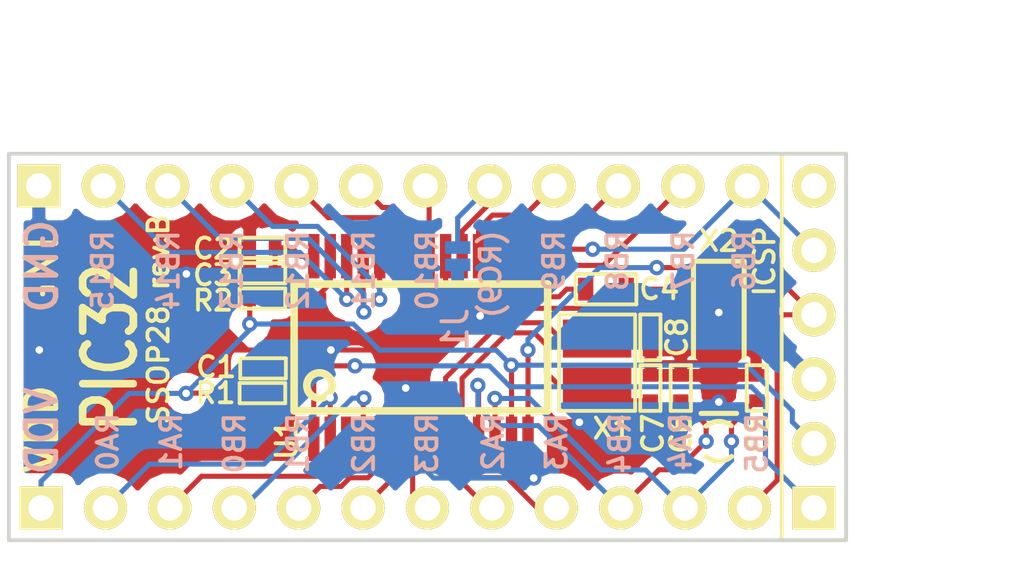
<source format=kicad_pcb>
(kicad_pcb (version 4) (host pcbnew 4.0.6)

  (general
    (links 56)
    (no_connects 0)
    (area 133 92.23 177.220922 114.675)
    (thickness 1.6)
    (drawings 38)
    (tracks 291)
    (zones 0)
    (modules 17)
    (nets 28)
  )

  (page A4)
  (title_block
    (title PIC32MM_breakout)
    (date 2017-09-20)
    (rev c)
    (company "Kent_Nakazawa ( kent_n@outlook.com )")
  )

  (layers
    (0 F.Cu signal)
    (31 B.Cu signal)
    (32 B.Adhes user)
    (33 F.Adhes user)
    (34 B.Paste user)
    (35 F.Paste user)
    (36 B.SilkS user)
    (37 F.SilkS user)
    (38 B.Mask user)
    (39 F.Mask user)
    (40 Dwgs.User user)
    (41 Cmts.User user)
    (42 Eco1.User user)
    (43 Eco2.User user)
    (44 Edge.Cuts user)
    (45 Margin user)
    (46 B.CrtYd user)
    (47 F.CrtYd user)
    (48 B.Fab user)
    (49 F.Fab user)
  )

  (setup
    (last_trace_width 0.2)
    (trace_clearance 0.2)
    (zone_clearance 0.508)
    (zone_45_only no)
    (trace_min 0.2)
    (segment_width 0.2)
    (edge_width 0.15)
    (via_size 0.6)
    (via_drill 0.3)
    (via_min_size 0.3)
    (via_min_drill 0.3)
    (uvia_size 0.3)
    (uvia_drill 0.1)
    (uvias_allowed no)
    (uvia_min_size 0.2)
    (uvia_min_drill 0.1)
    (pcb_text_width 0.15)
    (pcb_text_size 0.8 0.8)
    (mod_edge_width 0.15)
    (mod_text_size 0.8 0.8)
    (mod_text_width 0.15)
    (pad_size 0.6 0.6)
    (pad_drill 0.3)
    (pad_to_mask_clearance 0.1)
    (solder_mask_min_width 0.1)
    (aux_axis_origin 133.35 113.03)
    (grid_origin 133.35 113.03)
    (visible_elements 7FFEFFFF)
    (pcbplotparams
      (layerselection 0x010f0_80000001)
      (usegerberextensions true)
      (excludeedgelayer true)
      (linewidth 0.500000)
      (plotframeref false)
      (viasonmask false)
      (mode 1)
      (useauxorigin true)
      (hpglpennumber 1)
      (hpglpenspeed 20)
      (hpglpendiameter 15)
      (hpglpenoverlay 2)
      (psnegative false)
      (psa4output false)
      (plotreference true)
      (plotvalue true)
      (plotinvisibletext false)
      (padsonsilk false)
      (subtractmaskfromsilk true)
      (outputformat 1)
      (mirror false)
      (drillshape 0)
      (scaleselection 1)
      (outputdirectory gerv/))
  )

  (net 0 "")
  (net 1 +3.3V)
  (net 2 GND)
  (net 3 "Net-(C4-Pad1)")
  (net 4 "Net-(CN1-Pad3)")
  (net 5 "Net-(CN1-Pad4)")
  (net 6 "Net-(CN1-Pad5)")
  (net 7 "Net-(CN1-Pad6)")
  (net 8 "Net-(CN1-Pad7)")
  (net 9 "Net-(CN2-Pad2)")
  (net 10 "Net-(CN2-Pad3)")
  (net 11 "Net-(CN2-Pad4)")
  (net 12 "Net-(CN2-Pad5)")
  (net 13 "Net-(CN2-Pad6)")
  (net 14 "Net-(CN2-Pad7)")
  (net 15 "Net-(CN2-Pad8)")
  (net 16 "Net-(CN2-Pad9)")
  (net 17 "Net-(CN2-Pad10)")
  (net 18 "Net-(CN2-Pad11)")
  (net 19 MCLR)
  (net 20 "Net-(C5-Pad1)")
  (net 21 "Net-(C6-Pad1)")
  (net 22 "Net-(C7-Pad1)")
  (net 23 "Net-(C8-Pad1)")
  (net 24 PGED)
  (net 25 PGEC)
  (net 26 /AVDD)
  (net 27 "Net-(CN1-Pad2)")

  (net_class Default "これは標準のネット クラスです。"
    (clearance 0.2)
    (trace_width 0.2)
    (via_dia 0.6)
    (via_drill 0.3)
    (uvia_dia 0.3)
    (uvia_drill 0.1)
    (add_net +3.3V)
    (add_net /AVDD)
    (add_net GND)
    (add_net MCLR)
    (add_net "Net-(C4-Pad1)")
    (add_net "Net-(C5-Pad1)")
    (add_net "Net-(C6-Pad1)")
    (add_net "Net-(C7-Pad1)")
    (add_net "Net-(C8-Pad1)")
    (add_net "Net-(CN1-Pad2)")
    (add_net "Net-(CN1-Pad3)")
    (add_net "Net-(CN1-Pad4)")
    (add_net "Net-(CN1-Pad5)")
    (add_net "Net-(CN1-Pad6)")
    (add_net "Net-(CN1-Pad7)")
    (add_net "Net-(CN2-Pad10)")
    (add_net "Net-(CN2-Pad11)")
    (add_net "Net-(CN2-Pad2)")
    (add_net "Net-(CN2-Pad3)")
    (add_net "Net-(CN2-Pad4)")
    (add_net "Net-(CN2-Pad5)")
    (add_net "Net-(CN2-Pad6)")
    (add_net "Net-(CN2-Pad7)")
    (add_net "Net-(CN2-Pad8)")
    (add_net "Net-(CN2-Pad9)")
    (add_net PGEC)
    (add_net PGED)
  )

  (module EIA:0402 (layer F.Cu) (tedit 5631766C) (tstamp 57FFB581)
    (at 143.375 106.255)
    (tags "0402(EIA 1x0.5mm)")
    (path /57FCDFF6)
    (fp_text reference C1 (at -1.85 -0.05) (layer F.SilkS)
      (effects (font (size 0.8 0.8) (thickness 0.15)))
    )
    (fp_text value 0.1u (at -0.05 -0.85) (layer Dwgs.User) hide
      (effects (font (size 0.8 0.8) (thickness 0.15)))
    )
    (fp_line (start 0.9 -0.4) (end -0.9 -0.4) (layer F.SilkS) (width 0.15))
    (fp_line (start -0.9 -0.4) (end -0.9 0.4) (layer F.SilkS) (width 0.15))
    (fp_line (start -0.9 0.4) (end 0.9 0.4) (layer F.SilkS) (width 0.15))
    (fp_line (start 0.9 0.4) (end 0.9 -0.4) (layer F.SilkS) (width 0.15))
    (fp_line (start -0.5 -0.25) (end 0.5 -0.25) (layer Dwgs.User) (width 0.05))
    (fp_line (start 0.5 -0.25) (end 0.5 0.25) (layer Dwgs.User) (width 0.05))
    (fp_line (start 0.5 0.25) (end -0.5 0.25) (layer Dwgs.User) (width 0.05))
    (fp_line (start -0.5 0.25) (end -0.5 -0.25) (layer Dwgs.User) (width 0.05))
    (pad 1 smd rect (at -0.5 0) (size 0.5 0.6) (layers F.Cu F.Paste F.Mask)
      (net 1 +3.3V))
    (pad 2 smd rect (at 0.5 0) (size 0.5 0.6) (layers F.Cu F.Paste F.Mask)
      (net 2 GND))
  )

  (module EIA:0402 (layer F.Cu) (tedit 580784BF) (tstamp 57FFB58F)
    (at 143.35 101.5 180)
    (tags "0402(EIA 1x0.5mm)")
    (path /57FFD783)
    (fp_text reference C2 (at 1.95 -0.03 180) (layer F.SilkS)
      (effects (font (size 0.8 0.8) (thickness 0.15)))
    )
    (fp_text value 0.1u (at -0.05 -0.85 180) (layer Dwgs.User) hide
      (effects (font (size 0.8 0.8) (thickness 0.15)))
    )
    (fp_line (start 0.9 -0.4) (end -0.9 -0.4) (layer F.SilkS) (width 0.15))
    (fp_line (start -0.9 -0.4) (end -0.9 0.4) (layer F.SilkS) (width 0.15))
    (fp_line (start -0.9 0.4) (end 0.9 0.4) (layer F.SilkS) (width 0.15))
    (fp_line (start 0.9 0.4) (end 0.9 -0.4) (layer F.SilkS) (width 0.15))
    (fp_line (start -0.5 -0.25) (end 0.5 -0.25) (layer Dwgs.User) (width 0.05))
    (fp_line (start 0.5 -0.25) (end 0.5 0.25) (layer Dwgs.User) (width 0.05))
    (fp_line (start 0.5 0.25) (end -0.5 0.25) (layer Dwgs.User) (width 0.05))
    (fp_line (start -0.5 0.25) (end -0.5 -0.25) (layer Dwgs.User) (width 0.05))
    (pad 1 smd rect (at -0.5 0 180) (size 0.5 0.6) (layers F.Cu F.Paste F.Mask)
      (net 26 /AVDD))
    (pad 2 smd rect (at 0.5 0 180) (size 0.5 0.6) (layers F.Cu F.Paste F.Mask)
      (net 2 GND))
  )

  (module EIA:0402 (layer F.Cu) (tedit 58FB0BD8) (tstamp 57FFB59D)
    (at 143.35 102.5 180)
    (tags "0402(EIA 1x0.5mm)")
    (path /57FCEA39)
    (fp_text reference C3 (at 1.95 -0.08 180) (layer F.SilkS)
      (effects (font (size 0.8 0.8) (thickness 0.15)))
    )
    (fp_text value 0.01u (at -0.05 -0.85 180) (layer Dwgs.User) hide
      (effects (font (size 0.8 0.8) (thickness 0.15)))
    )
    (fp_line (start 0.9 -0.4) (end -0.9 -0.4) (layer F.SilkS) (width 0.15))
    (fp_line (start -0.9 -0.4) (end -0.9 0.4) (layer F.SilkS) (width 0.15))
    (fp_line (start -0.9 0.4) (end 0.9 0.4) (layer F.SilkS) (width 0.15))
    (fp_line (start 0.9 0.4) (end 0.9 -0.4) (layer F.SilkS) (width 0.15))
    (fp_line (start -0.5 -0.25) (end 0.5 -0.25) (layer Dwgs.User) (width 0.05))
    (fp_line (start 0.5 -0.25) (end 0.5 0.25) (layer Dwgs.User) (width 0.05))
    (fp_line (start 0.5 0.25) (end -0.5 0.25) (layer Dwgs.User) (width 0.05))
    (fp_line (start -0.5 0.25) (end -0.5 -0.25) (layer Dwgs.User) (width 0.05))
    (pad 1 smd rect (at -0.5 0 180) (size 0.5 0.6) (layers F.Cu F.Paste F.Mask)
      (net 26 /AVDD))
    (pad 2 smd rect (at 0.5 0 180) (size 0.5 0.6) (layers F.Cu F.Paste F.Mask)
      (net 2 GND))
  )

  (module EIA:0402 (layer F.Cu) (tedit 5631766C) (tstamp 57FFB5E7)
    (at 143.35 107.23 180)
    (tags "0402(EIA 1x0.5mm)")
    (path /57FCC56C)
    (fp_text reference R1 (at 1.85 0 180) (layer F.SilkS)
      (effects (font (size 0.8 0.8) (thickness 0.15)))
    )
    (fp_text value 10k (at -0.05 -0.85 180) (layer Dwgs.User) hide
      (effects (font (size 0.8 0.8) (thickness 0.15)))
    )
    (fp_line (start 0.9 -0.4) (end -0.9 -0.4) (layer F.SilkS) (width 0.15))
    (fp_line (start -0.9 -0.4) (end -0.9 0.4) (layer F.SilkS) (width 0.15))
    (fp_line (start -0.9 0.4) (end 0.9 0.4) (layer F.SilkS) (width 0.15))
    (fp_line (start 0.9 0.4) (end 0.9 -0.4) (layer F.SilkS) (width 0.15))
    (fp_line (start -0.5 -0.25) (end 0.5 -0.25) (layer Dwgs.User) (width 0.05))
    (fp_line (start 0.5 -0.25) (end 0.5 0.25) (layer Dwgs.User) (width 0.05))
    (fp_line (start 0.5 0.25) (end -0.5 0.25) (layer Dwgs.User) (width 0.05))
    (fp_line (start -0.5 0.25) (end -0.5 -0.25) (layer Dwgs.User) (width 0.05))
    (pad 1 smd rect (at -0.5 0 180) (size 0.5 0.6) (layers F.Cu F.Paste F.Mask)
      (net 19 MCLR))
    (pad 2 smd rect (at 0.5 0 180) (size 0.5 0.6) (layers F.Cu F.Paste F.Mask)
      (net 1 +3.3V))
  )

  (module EIA:0402 (layer F.Cu) (tedit 5631766C) (tstamp 57FFB5F5)
    (at 143.35 103.5 180)
    (tags "0402(EIA 1x0.5mm)")
    (path /57FCF111)
    (fp_text reference R2 (at 1.95 -0.08 180) (layer F.SilkS)
      (effects (font (size 0.8 0.8) (thickness 0.15)))
    )
    (fp_text value 4.7 (at -0.05 -0.85 180) (layer Dwgs.User) hide
      (effects (font (size 0.8 0.8) (thickness 0.15)))
    )
    (fp_line (start 0.9 -0.4) (end -0.9 -0.4) (layer F.SilkS) (width 0.15))
    (fp_line (start -0.9 -0.4) (end -0.9 0.4) (layer F.SilkS) (width 0.15))
    (fp_line (start -0.9 0.4) (end 0.9 0.4) (layer F.SilkS) (width 0.15))
    (fp_line (start 0.9 0.4) (end 0.9 -0.4) (layer F.SilkS) (width 0.15))
    (fp_line (start -0.5 -0.25) (end 0.5 -0.25) (layer Dwgs.User) (width 0.05))
    (fp_line (start 0.5 -0.25) (end 0.5 0.25) (layer Dwgs.User) (width 0.05))
    (fp_line (start 0.5 0.25) (end -0.5 0.25) (layer Dwgs.User) (width 0.05))
    (fp_line (start -0.5 0.25) (end -0.5 -0.25) (layer Dwgs.User) (width 0.05))
    (pad 1 smd rect (at -0.5 0 180) (size 0.5 0.6) (layers F.Cu F.Paste F.Mask)
      (net 26 /AVDD))
    (pad 2 smd rect (at 0.5 0 180) (size 0.5 0.6) (layers F.Cu F.Paste F.Mask)
      (net 1 +3.3V))
  )

  (module TI:SOIC28 (layer F.Cu) (tedit 58FB201C) (tstamp 57FFB61A)
    (at 149.6 105.43)
    (path /57FC8555)
    (fp_text reference U1 (at -5.3 3.625 90) (layer F.SilkS)
      (effects (font (size 0.8 0.8) (thickness 0.15)))
    )
    (fp_text value PIC32MMXXXXGPL028 (at 0 0) (layer F.Fab)
      (effects (font (size 0.8 0.8) (thickness 0.15)))
    )
    (fp_circle (center -4 1.5) (end -4.4 1.8) (layer F.SilkS) (width 0.3))
    (fp_line (start 5 -2.5) (end 5 2.5) (layer F.SilkS) (width 0.3))
    (fp_line (start -5 2.5) (end 5 2.5) (layer F.SilkS) (width 0.3))
    (fp_line (start -5 -2.5) (end -5 2.5) (layer F.SilkS) (width 0.3))
    (fp_line (start 5 -2.5) (end -5 -2.5) (layer F.SilkS) (width 0.3))
    (pad 28 smd rect (at -4.225 -3.6) (size 0.45 1.75) (layers F.Cu F.Paste F.Mask)
      (net 26 /AVDD))
    (pad 1 smd rect (at -4.225 3.6) (size 0.45 1.75) (layers F.Cu F.Paste F.Mask)
      (net 19 MCLR))
    (pad 27 smd rect (at -3.575 -3.6) (size 0.45 1.75) (layers F.Cu F.Paste F.Mask)
      (net 2 GND))
    (pad 2 smd rect (at -3.575 3.6) (size 0.45 1.75) (layers F.Cu F.Paste F.Mask)
      (net 27 "Net-(CN1-Pad2)"))
    (pad 26 smd rect (at -2.925 -3.6) (size 0.45 1.75) (layers F.Cu F.Paste F.Mask)
      (net 9 "Net-(CN2-Pad2)"))
    (pad 3 smd rect (at -2.925 3.6) (size 0.45 1.75) (layers F.Cu F.Paste F.Mask)
      (net 4 "Net-(CN1-Pad3)"))
    (pad 25 smd rect (at -2.275 -3.6) (size 0.45 1.75) (layers F.Cu F.Paste F.Mask)
      (net 10 "Net-(CN2-Pad3)"))
    (pad 4 smd rect (at -2.275 3.6) (size 0.45 1.75) (layers F.Cu F.Paste F.Mask)
      (net 5 "Net-(CN1-Pad4)"))
    (pad 24 smd rect (at -1.625 -3.6) (size 0.45 1.75) (layers F.Cu F.Paste F.Mask)
      (net 11 "Net-(CN2-Pad4)"))
    (pad 5 smd rect (at -1.625 3.6) (size 0.45 1.75) (layers F.Cu F.Paste F.Mask)
      (net 6 "Net-(CN1-Pad5)"))
    (pad 23 smd rect (at -0.975 -3.6) (size 0.45 1.75) (layers F.Cu F.Paste F.Mask)
      (net 12 "Net-(CN2-Pad5)"))
    (pad 6 smd rect (at -0.975 3.6) (size 0.45 1.75) (layers F.Cu F.Paste F.Mask)
      (net 7 "Net-(CN1-Pad6)"))
    (pad 22 smd rect (at -0.325 -3.6) (size 0.45 1.75) (layers F.Cu F.Paste F.Mask)
      (net 13 "Net-(CN2-Pad6)"))
    (pad 7 smd rect (at -0.325 3.6) (size 0.45 1.75) (layers F.Cu F.Paste F.Mask)
      (net 8 "Net-(CN1-Pad7)"))
    (pad 21 smd rect (at 0.325 -3.6) (size 0.45 1.75) (layers F.Cu F.Paste F.Mask)
      (net 14 "Net-(CN2-Pad7)"))
    (pad 8 smd rect (at 0.325 3.6) (size 0.45 1.75) (layers F.Cu F.Paste F.Mask)
      (net 2 GND))
    (pad 20 smd rect (at 0.975 -3.6) (size 0.45 1.75) (layers F.Cu F.Paste F.Mask)
      (net 3 "Net-(C4-Pad1)"))
    (pad 9 smd rect (at 0.975 3.6) (size 0.45 1.75) (layers F.Cu F.Paste F.Mask)
      (net 23 "Net-(C8-Pad1)"))
    (pad 19 smd rect (at 1.625 -3.6) (size 0.45 1.75) (layers F.Cu F.Paste F.Mask)
      (net 15 "Net-(CN2-Pad8)"))
    (pad 10 smd rect (at 1.625 3.6) (size 0.45 1.75) (layers F.Cu F.Paste F.Mask)
      (net 22 "Net-(C7-Pad1)"))
    (pad 18 smd rect (at 2.275 -3.6) (size 0.45 1.75) (layers F.Cu F.Paste F.Mask)
      (net 16 "Net-(CN2-Pad9)"))
    (pad 11 smd rect (at 2.275 3.6) (size 0.45 1.75) (layers F.Cu F.Paste F.Mask)
      (net 21 "Net-(C6-Pad1)"))
    (pad 17 smd rect (at 2.925 -3.6) (size 0.45 1.75) (layers F.Cu F.Paste F.Mask)
      (net 17 "Net-(CN2-Pad10)"))
    (pad 12 smd rect (at 2.925 3.6) (size 0.45 1.75) (layers F.Cu F.Paste F.Mask)
      (net 20 "Net-(C5-Pad1)"))
    (pad 16 smd rect (at 3.575 -3.6) (size 0.45 1.75) (layers F.Cu F.Paste F.Mask)
      (net 18 "Net-(CN2-Pad11)"))
    (pad 13 smd rect (at 3.575 3.6) (size 0.45 1.75) (layers F.Cu F.Paste F.Mask)
      (net 1 +3.3V))
    (pad 15 smd rect (at 4.225 -3.6) (size 0.45 1.75) (layers F.Cu F.Paste F.Mask)
      (net 25 PGEC))
    (pad 14 smd rect (at 4.225 3.6) (size 0.45 1.75) (layers F.Cu F.Paste F.Mask)
      (net 24 PGED))
  )

  (module EIA:0402 (layer F.Cu) (tedit 5631766C) (tstamp 57FFBC6D)
    (at 162.85 107.03 90)
    (tags "0402(EIA 1x0.5mm)")
    (path /58000423)
    (fp_text reference C5 (at -1.8 0.05 270) (layer F.SilkS)
      (effects (font (size 0.8 0.8) (thickness 0.15)))
    )
    (fp_text value 30p (at -0.05 -0.85 90) (layer Dwgs.User) hide
      (effects (font (size 0.8 0.8) (thickness 0.15)))
    )
    (fp_line (start 0.9 -0.4) (end -0.9 -0.4) (layer F.SilkS) (width 0.15))
    (fp_line (start -0.9 -0.4) (end -0.9 0.4) (layer F.SilkS) (width 0.15))
    (fp_line (start -0.9 0.4) (end 0.9 0.4) (layer F.SilkS) (width 0.15))
    (fp_line (start 0.9 0.4) (end 0.9 -0.4) (layer F.SilkS) (width 0.15))
    (fp_line (start -0.5 -0.25) (end 0.5 -0.25) (layer Dwgs.User) (width 0.05))
    (fp_line (start 0.5 -0.25) (end 0.5 0.25) (layer Dwgs.User) (width 0.05))
    (fp_line (start 0.5 0.25) (end -0.5 0.25) (layer Dwgs.User) (width 0.05))
    (fp_line (start -0.5 0.25) (end -0.5 -0.25) (layer Dwgs.User) (width 0.05))
    (pad 1 smd rect (at -0.5 0 90) (size 0.5 0.6) (layers F.Cu F.Paste F.Mask)
      (net 20 "Net-(C5-Pad1)"))
    (pad 2 smd rect (at 0.5 0 90) (size 0.5 0.6) (layers F.Cu F.Paste F.Mask)
      (net 2 GND))
  )

  (module EIA:0402 (layer F.Cu) (tedit 5631766C) (tstamp 57FFBC7B)
    (at 159.85 107.03 90)
    (tags "0402(EIA 1x0.5mm)")
    (path /580005E9)
    (fp_text reference C6 (at -1.8 0 270) (layer F.SilkS)
      (effects (font (size 0.8 0.8) (thickness 0.15)))
    )
    (fp_text value 30p (at -0.05 -0.85 90) (layer Dwgs.User) hide
      (effects (font (size 0.8 0.8) (thickness 0.15)))
    )
    (fp_line (start 0.9 -0.4) (end -0.9 -0.4) (layer F.SilkS) (width 0.15))
    (fp_line (start -0.9 -0.4) (end -0.9 0.4) (layer F.SilkS) (width 0.15))
    (fp_line (start -0.9 0.4) (end 0.9 0.4) (layer F.SilkS) (width 0.15))
    (fp_line (start 0.9 0.4) (end 0.9 -0.4) (layer F.SilkS) (width 0.15))
    (fp_line (start -0.5 -0.25) (end 0.5 -0.25) (layer Dwgs.User) (width 0.05))
    (fp_line (start 0.5 -0.25) (end 0.5 0.25) (layer Dwgs.User) (width 0.05))
    (fp_line (start 0.5 0.25) (end -0.5 0.25) (layer Dwgs.User) (width 0.05))
    (fp_line (start -0.5 0.25) (end -0.5 -0.25) (layer Dwgs.User) (width 0.05))
    (pad 1 smd rect (at -0.5 0 90) (size 0.5 0.6) (layers F.Cu F.Paste F.Mask)
      (net 21 "Net-(C6-Pad1)"))
    (pad 2 smd rect (at 0.5 0 90) (size 0.5 0.6) (layers F.Cu F.Paste F.Mask)
      (net 2 GND))
  )

  (module EIA:0402 (layer F.Cu) (tedit 5631766C) (tstamp 57FFBC89)
    (at 158.65 107.03 90)
    (tags "0402(EIA 1x0.5mm)")
    (path /58000628)
    (fp_text reference C7 (at -1.8 0.1 270) (layer F.SilkS)
      (effects (font (size 0.8 0.8) (thickness 0.15)))
    )
    (fp_text value 30p (at -0.05 -0.85 90) (layer Dwgs.User) hide
      (effects (font (size 0.8 0.8) (thickness 0.15)))
    )
    (fp_line (start 0.9 -0.4) (end -0.9 -0.4) (layer F.SilkS) (width 0.15))
    (fp_line (start -0.9 -0.4) (end -0.9 0.4) (layer F.SilkS) (width 0.15))
    (fp_line (start -0.9 0.4) (end 0.9 0.4) (layer F.SilkS) (width 0.15))
    (fp_line (start 0.9 0.4) (end 0.9 -0.4) (layer F.SilkS) (width 0.15))
    (fp_line (start -0.5 -0.25) (end 0.5 -0.25) (layer Dwgs.User) (width 0.05))
    (fp_line (start 0.5 -0.25) (end 0.5 0.25) (layer Dwgs.User) (width 0.05))
    (fp_line (start 0.5 0.25) (end -0.5 0.25) (layer Dwgs.User) (width 0.05))
    (fp_line (start -0.5 0.25) (end -0.5 -0.25) (layer Dwgs.User) (width 0.05))
    (pad 1 smd rect (at -0.5 0 90) (size 0.5 0.6) (layers F.Cu F.Paste F.Mask)
      (net 22 "Net-(C7-Pad1)"))
    (pad 2 smd rect (at 0.5 0 90) (size 0.5 0.6) (layers F.Cu F.Paste F.Mask)
      (net 2 GND))
  )

  (module EIA:0402 (layer F.Cu) (tedit 5631766C) (tstamp 57FFBC97)
    (at 158.65 105.03 270)
    (tags "0402(EIA 1x0.5mm)")
    (path /580007BE)
    (fp_text reference C8 (at 0 -1.05 450) (layer F.SilkS)
      (effects (font (size 0.8 0.8) (thickness 0.15)))
    )
    (fp_text value 30p (at -0.05 -0.85 270) (layer Dwgs.User) hide
      (effects (font (size 0.8 0.8) (thickness 0.15)))
    )
    (fp_line (start 0.9 -0.4) (end -0.9 -0.4) (layer F.SilkS) (width 0.15))
    (fp_line (start -0.9 -0.4) (end -0.9 0.4) (layer F.SilkS) (width 0.15))
    (fp_line (start -0.9 0.4) (end 0.9 0.4) (layer F.SilkS) (width 0.15))
    (fp_line (start 0.9 0.4) (end 0.9 -0.4) (layer F.SilkS) (width 0.15))
    (fp_line (start -0.5 -0.25) (end 0.5 -0.25) (layer Dwgs.User) (width 0.05))
    (fp_line (start 0.5 -0.25) (end 0.5 0.25) (layer Dwgs.User) (width 0.05))
    (fp_line (start 0.5 0.25) (end -0.5 0.25) (layer Dwgs.User) (width 0.05))
    (fp_line (start -0.5 0.25) (end -0.5 -0.25) (layer Dwgs.User) (width 0.05))
    (pad 1 smd rect (at -0.5 0 270) (size 0.5 0.6) (layers F.Cu F.Paste F.Mask)
      (net 23 "Net-(C8-Pad1)"))
    (pad 2 smd rect (at 0.5 0 270) (size 0.5 0.6) (layers F.Cu F.Paste F.Mask)
      (net 2 GND))
  )

  (module CRYSTAL:3225-2 (layer F.Cu) (tedit 58FB11D2) (tstamp 57FFBCA5)
    (at 156.55 106.03 90)
    (path /57FFFC2B)
    (fp_text reference X1 (at -2.6 0.6 360) (layer F.SilkS)
      (effects (font (size 0.8 0.8) (thickness 0.15)))
    )
    (fp_text value NX3225-8M (at 0 -2.1 90) (layer F.Fab)
      (effects (font (size 0.8 0.8) (thickness 0.15)))
    )
    (fp_line (start -1.9 1.5) (end -1.9 -1.5) (layer F.SilkS) (width 0.15))
    (fp_line (start 1.9 1.5) (end -1.9 1.5) (layer F.SilkS) (width 0.15))
    (fp_line (start 1.9 -1.5) (end 1.9 1.5) (layer F.SilkS) (width 0.15))
    (fp_line (start -1.9 -1.5) (end 1.9 -1.5) (layer F.SilkS) (width 0.15))
    (fp_line (start -1.6 -1.25) (end 1.6 -1.25) (layer Dwgs.User) (width 0.15))
    (fp_line (start -1.6 1.25) (end -1.6 -1.25) (layer Dwgs.User) (width 0.15))
    (fp_line (start 1.6 1.25) (end -1.6 1.25) (layer Dwgs.User) (width 0.15))
    (fp_line (start 1.6 -1.25) (end 1.6 1.25) (layer Dwgs.User) (width 0.15))
    (pad 1 smd rect (at -0.95 0 90) (size 1.5 2.7) (layers F.Cu F.Paste F.Mask)
      (net 22 "Net-(C7-Pad1)"))
    (pad 2 smd rect (at 0.95 0 90) (size 1.5 2.7) (layers F.Cu F.Paste F.Mask)
      (net 23 "Net-(C8-Pad1)"))
  )

  (module CONN_2.54MM:1x12P_s placed (layer F.Cu) (tedit 5807845C) (tstamp 57FFB5BF)
    (at 148.59 111.76)
    (tags "2.54mm 12P")
    (path /57FFC00C)
    (fp_text reference CN1 (at -8.515 -1.73) (layer F.SilkS) hide
      (effects (font (size 0.8 0.8) (thickness 0.15)))
    )
    (fp_text value CONN_12 (at -11.54 2) (layer F.Fab)
      (effects (font (size 0.8 0.8) (thickness 0.15)))
    )
    (pad 1 thru_hole rect (at -13.97 0) (size 1.7 1.7) (drill 1) (layers *.Cu *.Mask F.SilkS)
      (net 1 +3.3V))
    (pad 2 thru_hole circle (at -11.43 0) (size 1.7 1.7) (drill 1) (layers *.Cu *.Mask F.SilkS)
      (net 27 "Net-(CN1-Pad2)"))
    (pad 3 thru_hole circle (at -8.89 0) (size 1.7 1.7) (drill 1) (layers *.Cu *.Mask F.SilkS)
      (net 4 "Net-(CN1-Pad3)"))
    (pad 4 thru_hole circle (at -6.35 0) (size 1.7 1.7) (drill 1) (layers *.Cu *.Mask F.SilkS)
      (net 5 "Net-(CN1-Pad4)"))
    (pad 5 thru_hole circle (at -3.81 0) (size 1.7 1.7) (drill 1) (layers *.Cu *.Mask F.SilkS)
      (net 6 "Net-(CN1-Pad5)"))
    (pad 6 thru_hole circle (at -1.27 0) (size 1.7 1.7) (drill 1) (layers *.Cu *.Mask F.SilkS)
      (net 7 "Net-(CN1-Pad6)"))
    (pad 7 thru_hole circle (at 1.27 0) (size 1.7 1.7) (drill 1) (layers *.Cu *.Mask F.SilkS)
      (net 8 "Net-(CN1-Pad7)"))
    (pad 8 thru_hole circle (at 3.81 0) (size 1.7 1.7) (drill 1) (layers *.Cu *.Mask F.SilkS)
      (net 23 "Net-(C8-Pad1)"))
    (pad 9 thru_hole circle (at 6.35 0) (size 1.7 1.7) (drill 1) (layers *.Cu *.Mask F.SilkS)
      (net 22 "Net-(C7-Pad1)"))
    (pad 10 thru_hole circle (at 8.89 0) (size 1.7 1.7) (drill 1) (layers *.Cu *.Mask F.SilkS)
      (net 21 "Net-(C6-Pad1)"))
    (pad 11 thru_hole circle (at 11.43 0) (size 1.7 1.7) (drill 1) (layers *.Cu *.Mask F.SilkS)
      (net 20 "Net-(C5-Pad1)"))
    (pad 12 thru_hole circle (at 13.97 0) (size 1.7 1.7) (drill 1) (layers *.Cu *.Mask F.SilkS)
      (net 24 PGED))
  )

  (module CONN_2.54MM:1x12P_s placed (layer F.Cu) (tedit 58078465) (tstamp 57FFB5D3)
    (at 148.5011 99.06)
    (tags "2.54mm 12P")
    (path /57FFB1C9)
    (fp_text reference CN2 (at -11.5511 2.97 90) (layer F.SilkS) hide
      (effects (font (size 0.8 0.8) (thickness 0.15)))
    )
    (fp_text value CONN_12 (at -11.54 2) (layer F.Fab)
      (effects (font (size 0.8 0.8) (thickness 0.15)))
    )
    (pad 1 thru_hole rect (at -13.97 0) (size 1.7 1.7) (drill 1) (layers *.Cu *.Mask F.SilkS)
      (net 2 GND))
    (pad 2 thru_hole circle (at -11.43 0) (size 1.7 1.7) (drill 1) (layers *.Cu *.Mask F.SilkS)
      (net 9 "Net-(CN2-Pad2)"))
    (pad 3 thru_hole circle (at -8.89 0) (size 1.7 1.7) (drill 1) (layers *.Cu *.Mask F.SilkS)
      (net 10 "Net-(CN2-Pad3)"))
    (pad 4 thru_hole circle (at -6.35 0) (size 1.7 1.7) (drill 1) (layers *.Cu *.Mask F.SilkS)
      (net 11 "Net-(CN2-Pad4)"))
    (pad 5 thru_hole circle (at -3.81 0) (size 1.7 1.7) (drill 1) (layers *.Cu *.Mask F.SilkS)
      (net 12 "Net-(CN2-Pad5)"))
    (pad 6 thru_hole circle (at -1.27 0) (size 1.7 1.7) (drill 1) (layers *.Cu *.Mask F.SilkS)
      (net 13 "Net-(CN2-Pad6)"))
    (pad 7 thru_hole circle (at 1.27 0) (size 1.7 1.7) (drill 1) (layers *.Cu *.Mask F.SilkS)
      (net 14 "Net-(CN2-Pad7)"))
    (pad 8 thru_hole circle (at 3.81 0) (size 1.7 1.7) (drill 1) (layers *.Cu *.Mask F.SilkS)
      (net 15 "Net-(CN2-Pad8)"))
    (pad 9 thru_hole circle (at 6.35 0) (size 1.7 1.7) (drill 1) (layers *.Cu *.Mask F.SilkS)
      (net 16 "Net-(CN2-Pad9)"))
    (pad 10 thru_hole circle (at 8.89 0) (size 1.7 1.7) (drill 1) (layers *.Cu *.Mask F.SilkS)
      (net 17 "Net-(CN2-Pad10)"))
    (pad 11 thru_hole circle (at 11.43 0) (size 1.7 1.7) (drill 1) (layers *.Cu *.Mask F.SilkS)
      (net 18 "Net-(CN2-Pad11)"))
    (pad 12 thru_hole circle (at 13.97 0) (size 1.7 1.7) (drill 1) (layers *.Cu *.Mask F.SilkS)
      (net 25 PGEC))
  )

  (module CONN_2.54MM:1x6P (layer F.Cu) (tedit 58FB1EE0) (tstamp 58FB0D3F)
    (at 165.1 106.68 90)
    (tags "2.54mm 5P")
    (path /58FB751C)
    (fp_text reference ICSP (at 4.65 -1.95 90) (layer F.SilkS)
      (effects (font (size 0.8 0.8) (thickness 0.15)))
    )
    (fp_text value CONN_6 (at -3.81 2 90) (layer F.Fab)
      (effects (font (size 0.8 0.8) (thickness 0.15)))
    )
    (fp_line (start -6.35 -1.27) (end 8.89 -1.27) (layer F.SilkS) (width 0.15))
    (fp_line (start 8.89 -1.27) (end 8.89 1.27) (layer F.SilkS) (width 0.15))
    (fp_line (start 8.89 1.27) (end -6.35 1.27) (layer F.SilkS) (width 0.15))
    (fp_line (start -6.35 1.27) (end -6.35 -1.27) (layer F.SilkS) (width 0.15))
    (pad 1 thru_hole rect (at -5.08 0 90) (size 1.7 1.7) (drill 1) (layers *.Cu *.Mask F.SilkS)
      (net 19 MCLR))
    (pad 2 thru_hole circle (at -2.54 0 90) (size 1.7 1.7) (drill 1) (layers *.Cu *.Mask F.SilkS)
      (net 1 +3.3V))
    (pad 3 thru_hole circle (at 0 0 90) (size 1.7 1.7) (drill 1) (layers *.Cu *.Mask F.SilkS)
      (net 2 GND))
    (pad 4 thru_hole circle (at 2.54 0 90) (size 1.7 1.7) (drill 1) (layers *.Cu *.Mask F.SilkS)
      (net 24 PGED))
    (pad 5 thru_hole circle (at 5.08 0 90) (size 1.7 1.7) (drill 1) (layers *.Cu *.Mask F.SilkS)
      (net 25 PGEC))
    (pad 6 thru_hole circle (at 7.62 0 90) (size 1.7 1.7) (drill 1) (layers *.Cu *.Mask F.SilkS))
  )

  (module EIA:0603 (layer F.Cu) (tedit 58FB2B6C) (tstamp 58FB2DF7)
    (at 156.9 103.13)
    (tags "0603(EIA 1.6x0.8mm)")
    (path /57FCE0C3)
    (fp_text reference C4 (at 2.1 0) (layer F.SilkS)
      (effects (font (size 0.8 0.8) (thickness 0.15)))
    )
    (fp_text value 10u (at 0 -1.1) (layer Dwgs.User) hide
      (effects (font (size 0.5 0.5) (thickness 0.1)))
    )
    (fp_line (start -1.1 -0.6) (end 1.2 -0.6) (layer F.SilkS) (width 0.15))
    (fp_line (start 1.2 -0.6) (end 1.2 0.6) (layer F.SilkS) (width 0.15))
    (fp_line (start 1.2 0.6) (end -1.2 0.6) (layer F.SilkS) (width 0.15))
    (fp_line (start -1.2 0.6) (end -1.2 -0.6) (layer F.SilkS) (width 0.15))
    (fp_line (start -1.2 -0.6) (end -1.1 -0.6) (layer F.SilkS) (width 0.15))
    (fp_line (start 0 -0.4) (end -0.8 -0.4) (layer Dwgs.User) (width 0.05))
    (fp_line (start -0.8 -0.4) (end -0.8 0.4) (layer Dwgs.User) (width 0.05))
    (fp_line (start -0.8 0.4) (end 0.8 0.4) (layer Dwgs.User) (width 0.05))
    (fp_line (start 0.8 0.4) (end 0.8 -0.4) (layer Dwgs.User) (width 0.05))
    (fp_line (start 0.8 -0.4) (end 0 -0.4) (layer Dwgs.User) (width 0.05))
    (pad 1 smd trapezoid (at -0.8 0) (size 0.6 0.9) (layers F.Cu F.Paste F.Mask)
      (net 3 "Net-(C4-Pad1)"))
    (pad 2 smd trapezoid (at 0.8 0) (size 0.6 0.9) (layers F.Cu F.Paste F.Mask)
      (net 2 GND))
  )

  (module CRYSTAL:Cylinder_6mm (layer F.Cu) (tedit 588CBD2F) (tstamp 58FB2E0D)
    (at 161.35 109.13 180)
    (path /57FFFB2E)
    (fp_text reference X2 (at 0 7.9 360) (layer F.SilkS)
      (effects (font (size 0.8 0.8) (thickness 0.15)))
    )
    (fp_text value 32.768k (at 0 -1.5 180) (layer F.Fab)
      (effects (font (size 1 1) (thickness 0.15)))
    )
    (fp_arc (start 0 0) (end 0.5 0.6) (angle 78.46537935) (layer F.SilkS) (width 0.2))
    (fp_arc (start 0 0) (end -0.5 -0.6) (angle 79.61114218) (layer F.SilkS) (width 0.2))
    (pad 1 thru_hole circle (at -0.5 0 180) (size 0.6 0.6) (drill 0.3) (layers *.Cu *.Mask)
      (net 20 "Net-(C5-Pad1)"))
    (pad 2 thru_hole circle (at 0.5 0 180) (size 0.6 0.6) (drill 0.3) (layers *.Cu *.Mask)
      (net 21 "Net-(C6-Pad1)"))
  )

  (module MODULE:JUMPER (layer B.Cu) (tedit 579EC06E) (tstamp 591E8190)
    (at 151.05 101.83 270)
    (path /591E80CE)
    (fp_text reference J1 (at 2.9 0.1 270) (layer B.SilkS)
      (effects (font (size 1 1) (thickness 0.15)) (justify mirror))
    )
    (fp_text value JMP (at 0 -1.5 270) (layer B.Fab)
      (effects (font (size 1 1) (thickness 0.15)) (justify mirror))
    )
    (pad 1 smd rect (at -0.34 0 270) (size 0.5 1) (layers B.Cu B.Paste B.Mask)
      (net 15 "Net-(CN2-Pad8)"))
    (pad 2 smd rect (at 0.34 0 270) (size 0.5 1) (layers B.Cu B.Paste B.Mask)
      (net 2 GND))
  )

  (gr_text RB5 (at 162.85 107.93 90) (layer B.SilkS) (tstamp 590D9666)
    (effects (font (size 0.8 0.8) (thickness 0.15)) (justify left mirror))
  )
  (gr_text "SSOP28 rev:B" (at 139.25 104.33 90) (layer F.SilkS)
    (effects (font (size 0.8 0.8) (thickness 0.15)))
  )
  (gr_line (start 160.65 108.03) (end 162.05 108.03) (layer F.SilkS) (width 0.2))
  (gr_line (start 162.35 102.03) (end 162.35 105.83) (layer F.SilkS) (width 0.2))
  (gr_line (start 160.35 102.03) (end 162.35 102.03) (layer F.SilkS) (width 0.2))
  (gr_line (start 160.35 105.83) (end 160.35 102.03) (layer F.SilkS) (width 0.2))
  (gr_text RB6 (at 162.35 100.73 90) (layer B.SilkS)
    (effects (font (size 0.8 0.8) (thickness 0.15)) (justify left mirror))
  )
  (gr_text RB7 (at 159.95 100.73 90) (layer B.SilkS)
    (effects (font (size 0.8 0.8) (thickness 0.15)) (justify left mirror))
  )
  (gr_text RB8 (at 157.35 100.73 90) (layer B.SilkS)
    (effects (font (size 0.8 0.8) (thickness 0.15)) (justify left mirror))
  )
  (gr_text RB9 (at 154.85 100.73 90) (layer B.SilkS)
    (effects (font (size 0.8 0.8) (thickness 0.15)) (justify left mirror))
  )
  (gr_text "(RC9)" (at 152.35 100.73 90) (layer B.SilkS)
    (effects (font (size 0.8 0.8) (thickness 0.15)) (justify left mirror))
  )
  (gr_text RB13 (at 142.15 100.73 90) (layer B.SilkS)
    (effects (font (size 0.8 0.8) (thickness 0.15)) (justify left mirror))
  )
  (gr_text RB10 (at 149.85 100.73 90) (layer B.SilkS)
    (effects (font (size 0.8 0.8) (thickness 0.15)) (justify left mirror))
  )
  (gr_text RB11 (at 147.35 100.73 90) (layer B.SilkS)
    (effects (font (size 0.8 0.8) (thickness 0.15)) (justify left mirror))
  )
  (gr_text RB12 (at 144.75 100.73 90) (layer B.SilkS)
    (effects (font (size 0.8 0.8) (thickness 0.15)) (justify left mirror))
  )
  (gr_text RB14 (at 139.65 100.73 90) (layer B.SilkS)
    (effects (font (size 0.8 0.8) (thickness 0.15)) (justify left mirror))
  )
  (gr_text RB15 (at 137.05 100.73 90) (layer B.SilkS)
    (effects (font (size 0.8 0.8) (thickness 0.15)) (justify left mirror))
  )
  (gr_text RA4 (at 159.85 107.93 90) (layer B.SilkS)
    (effects (font (size 0.8 0.8) (thickness 0.15)) (justify left mirror))
  )
  (gr_text RB4 (at 157.45 107.93 90) (layer B.SilkS)
    (effects (font (size 0.8 0.8) (thickness 0.15)) (justify left mirror))
  )
  (gr_text RA3 (at 154.95 107.93 90) (layer B.SilkS)
    (effects (font (size 0.8 0.8) (thickness 0.15)) (justify left mirror))
  )
  (gr_text RA2 (at 152.45 107.93 90) (layer B.SilkS)
    (effects (font (size 0.8 0.8) (thickness 0.15)) (justify left mirror))
  )
  (gr_text RB3 (at 149.85 107.93 90) (layer B.SilkS)
    (effects (font (size 0.8 0.8) (thickness 0.15)) (justify left mirror))
  )
  (gr_text RB2 (at 147.35 107.93 90) (layer B.SilkS)
    (effects (font (size 0.8 0.8) (thickness 0.15)) (justify left mirror))
  )
  (gr_text RB1 (at 144.75 107.93 90) (layer B.SilkS)
    (effects (font (size 0.8 0.8) (thickness 0.15)) (justify left mirror))
  )
  (gr_text RB0 (at 142.25 107.93 90) (layer B.SilkS)
    (effects (font (size 0.8 0.8) (thickness 0.15)) (justify left mirror))
  )
  (gr_text RA1 (at 139.75 107.93 90) (layer B.SilkS)
    (effects (font (size 0.8 0.8) (thickness 0.15)) (justify left mirror))
  )
  (gr_text RA0 (at 137.25 107.93 90) (layer B.SilkS)
    (effects (font (size 0.8 0.8) (thickness 0.15)) (justify left mirror))
  )
  (gr_text GND (at 134.65 102.23 90) (layer F.SilkS) (tstamp 58FB20A9)
    (effects (font (size 1.2 1.2) (thickness 0.2)))
  )
  (gr_text VDD (at 134.65 108.63 90) (layer F.SilkS) (tstamp 58FB209D)
    (effects (font (size 1.2 1.2) (thickness 0.2)))
  )
  (gr_text PIC32 (at 137.35 105.43 90) (layer F.SilkS)
    (effects (font (size 2 1.5) (thickness 0.3)))
  )
  (gr_text GND (at 134.65 102.23 90) (layer B.SilkS)
    (effects (font (size 1.2 1.2) (thickness 0.2)) (justify mirror))
  )
  (gr_text VDD (at 134.65 108.73 90) (layer B.SilkS)
    (effects (font (size 1.2 1.2) (thickness 0.2)) (justify mirror))
  )
  (dimension 33 (width 0.3) (layer Dwgs.User)
    (gr_text "33.000 mm" (at 149.85 93.58) (layer Dwgs.User)
      (effects (font (size 1.5 1.5) (thickness 0.3)))
    )
    (feature1 (pts (xy 166.35 97.53) (xy 166.35 92.23)))
    (feature2 (pts (xy 133.35 97.53) (xy 133.35 92.23)))
    (crossbar (pts (xy 133.35 94.93) (xy 166.35 94.93)))
    (arrow1a (pts (xy 166.35 94.93) (xy 165.223496 95.516421)))
    (arrow1b (pts (xy 166.35 94.93) (xy 165.223496 94.343579)))
    (arrow2a (pts (xy 133.35 94.93) (xy 134.476504 95.516421)))
    (arrow2b (pts (xy 133.35 94.93) (xy 134.476504 94.343579)))
  )
  (dimension 15.2 (width 0.3) (layer Dwgs.User)
    (gr_text "15.200 mm" (at 170.720922 105.4 270) (layer Dwgs.User)
      (effects (font (size 1.5 1.5) (thickness 0.3)))
    )
    (feature1 (pts (xy 166.570922 113) (xy 172.070922 113)))
    (feature2 (pts (xy 166.570922 97.8) (xy 172.070922 97.8)))
    (crossbar (pts (xy 169.370922 97.8) (xy 169.370922 113)))
    (arrow1a (pts (xy 169.370922 113) (xy 168.784501 111.873496)))
    (arrow1b (pts (xy 169.370922 113) (xy 169.957343 111.873496)))
    (arrow2a (pts (xy 169.370922 97.8) (xy 168.784501 98.926504)))
    (arrow2b (pts (xy 169.370922 97.8) (xy 169.957343 98.926504)))
  )
  (gr_line (start 166.37 97.79) (end 133.35 97.79) (layer Edge.Cuts) (width 0.15))
  (gr_line (start 166.37 113.03) (end 166.37 97.79) (layer Edge.Cuts) (width 0.15))
  (gr_line (start 133.35 113.03) (end 166.37 113.03) (layer Edge.Cuts) (width 0.15))
  (gr_line (start 133.35 97.79) (end 133.35 113.03) (layer Edge.Cuts) (width 0.15))

  (segment (start 153.585393 106.129129) (end 153.161129 106.129129) (width 0.2) (layer B.Cu) (net 1))
  (segment (start 162.449129 106.129129) (end 153.585393 106.129129) (width 0.2) (layer B.Cu) (net 1))
  (segment (start 164.250001 108.370001) (end 164.250001 107.930001) (width 0.2) (layer B.Cu) (net 1))
  (segment (start 152.86113 105.82913) (end 153.161129 106.129129) (width 0.2) (layer B.Cu) (net 1))
  (segment (start 147.96825 105.536252) (end 152.568252 105.536252) (width 0.2) (layer B.Cu) (net 1))
  (segment (start 146.936998 104.505) (end 147.96825 105.536252) (width 0.2) (layer B.Cu) (net 1))
  (segment (start 142.85 104.505) (end 146.936998 104.505) (width 0.2) (layer B.Cu) (net 1))
  (segment (start 164.250001 107.930001) (end 162.449129 106.129129) (width 0.2) (layer B.Cu) (net 1))
  (segment (start 152.568252 105.536252) (end 152.86113 105.82913) (width 0.2) (layer B.Cu) (net 1))
  (segment (start 153.175 109.03) (end 153.175 106.143) (width 0.2) (layer F.Cu) (net 1))
  (segment (start 153.175 106.143) (end 153.161129 106.129129) (width 0.2) (layer F.Cu) (net 1))
  (segment (start 165.1 109.22) (end 164.250001 108.370001) (width 0.2) (layer B.Cu) (net 1))
  (via (at 153.161129 106.129129) (size 0.6) (drill 0.3) (layers F.Cu B.Cu) (net 1))
  (segment (start 134.62 111.76) (end 134.62 110.71) (width 0.2) (layer B.Cu) (net 1))
  (segment (start 134.62 110.71) (end 138.088676 107.241324) (width 0.2) (layer B.Cu) (net 1))
  (segment (start 140.339443 107.241324) (end 142.85 104.730767) (width 0.2) (layer B.Cu) (net 1))
  (segment (start 142.85 104.730767) (end 142.85 104.505) (width 0.2) (layer B.Cu) (net 1))
  (segment (start 139.915179 107.241324) (end 140.339443 107.241324) (width 0.2) (layer B.Cu) (net 1))
  (segment (start 138.088676 107.241324) (end 139.915179 107.241324) (width 0.2) (layer B.Cu) (net 1))
  (segment (start 140.350767 107.23) (end 140.339443 107.241324) (width 0.2) (layer F.Cu) (net 1))
  (segment (start 142.85 107.23) (end 140.350767 107.23) (width 0.2) (layer F.Cu) (net 1))
  (via (at 140.339443 107.241324) (size 0.6) (drill 0.3) (layers F.Cu B.Cu) (net 1))
  (segment (start 142.85 103.5) (end 142.85 104) (width 0.2) (layer F.Cu) (net 1))
  (via (at 142.85 104.505) (size 0.6) (drill 0.3) (layers F.Cu B.Cu) (net 1))
  (segment (start 142.85 104) (end 142.85 104.505) (width 0.2) (layer F.Cu) (net 1))
  (segment (start 134.62 111.76) (end 135.246213 111.76) (width 0.2) (layer F.Cu) (net 1))
  (segment (start 142.85 107.23) (end 142.85 106.28) (width 0.2) (layer F.Cu) (net 1))
  (segment (start 142.85 106.28) (end 142.875 106.255) (width 0.2) (layer F.Cu) (net 1))
  (segment (start 142.85 103.5) (end 142.85 103.55) (width 0.2) (layer F.Cu) (net 1))
  (segment (start 151.510875 104.186005) (end 151.935139 104.186005) (width 0.2) (layer F.Cu) (net 2))
  (segment (start 147.5 105.53) (end 148.843995 104.186005) (width 0.2) (layer F.Cu) (net 2))
  (segment (start 160.731066 104.059048) (end 160.558024 103.886006) (width 0.2) (layer F.Cu) (net 2))
  (segment (start 151.05 103.300866) (end 151.63514 103.886006) (width 0.2) (layer B.Cu) (net 2))
  (segment (start 151.63514 103.886006) (end 151.935139 104.186005) (width 0.2) (layer B.Cu) (net 2))
  (segment (start 148.843995 104.186005) (end 151.510875 104.186005) (width 0.2) (layer F.Cu) (net 2))
  (segment (start 152.235138 103.886006) (end 151.935139 104.186005) (width 0.2) (layer F.Cu) (net 2))
  (segment (start 160.558024 103.886006) (end 152.235138 103.886006) (width 0.2) (layer F.Cu) (net 2))
  (via (at 151.935139 104.186005) (size 0.6) (drill 0.3) (layers F.Cu B.Cu) (net 2))
  (segment (start 151.05 102.17) (end 151.05 103.300866) (width 0.2) (layer B.Cu) (net 2))
  (segment (start 149 107.03) (end 149 106.793521) (width 0.2) (layer F.Cu) (net 2))
  (segment (start 149 106.793521) (end 147.736479 105.53) (width 0.2) (layer F.Cu) (net 2))
  (segment (start 147.736479 105.53) (end 147.5 105.53) (width 0.2) (layer F.Cu) (net 2))
  (segment (start 162.85 106.53) (end 161.35 106.53) (width 0.2) (layer F.Cu) (net 2))
  (segment (start 161.35 106.08) (end 161.35 106.53) (width 0.2) (layer F.Cu) (net 2))
  (segment (start 159.85 106.53) (end 161.35 106.53) (width 0.2) (layer F.Cu) (net 2))
  (segment (start 161.35 106.53) (end 161.35 107.58) (width 0.2) (layer F.Cu) (net 2))
  (segment (start 160.8 107.58) (end 160 108.38) (width 0.2) (layer B.Cu) (net 2))
  (segment (start 160 108.38) (end 155.85 108.38) (width 0.2) (layer B.Cu) (net 2))
  (segment (start 161.35 107.58) (end 160.8 107.58) (width 0.2) (layer B.Cu) (net 2))
  (via (at 161.35 107.58) (size 0.6) (drill 0.3) (layers F.Cu B.Cu) (net 2))
  (segment (start 134.55 105.53) (end 134.974264 105.53) (width 0.2) (layer F.Cu) (net 2))
  (segment (start 134.974264 105.53) (end 142.75 105.53) (width 0.2) (layer F.Cu) (net 2))
  (segment (start 149.9 110.38) (end 149.9 107.93) (width 0.2) (layer B.Cu) (net 2))
  (segment (start 149.9 107.93) (end 149 107.03) (width 0.2) (layer B.Cu) (net 2))
  (segment (start 150.1 110.58) (end 149.9 110.38) (width 0.2) (layer B.Cu) (net 2))
  (segment (start 154.05 110.58) (end 150.1 110.58) (width 0.2) (layer B.Cu) (net 2))
  (segment (start 155.85 108.38) (end 155.550001 108.679999) (width 0.2) (layer F.Cu) (net 2))
  (segment (start 155.550001 108.679999) (end 155.550001 109.079999) (width 0.2) (layer F.Cu) (net 2))
  (segment (start 155.550001 109.079999) (end 154.05 110.58) (width 0.2) (layer F.Cu) (net 2))
  (via (at 154.05 110.58) (size 0.6) (drill 0.3) (layers F.Cu B.Cu) (net 2))
  (via (at 155.85 108.38) (size 0.6) (drill 0.3) (layers F.Cu B.Cu) (net 2))
  (segment (start 158.75 106.03) (end 158.75 106.53) (width 0.2) (layer F.Cu) (net 2))
  (segment (start 158.75 105.53) (end 158.75 106.03) (width 0.2) (layer F.Cu) (net 2))
  (segment (start 161.35 104.475364) (end 161.35 106.08) (width 0.2) (layer F.Cu) (net 2))
  (segment (start 158.75 106.03) (end 161.3 106.03) (width 0.2) (layer F.Cu) (net 2))
  (segment (start 161.3 106.03) (end 161.35 106.08) (width 0.2) (layer F.Cu) (net 2))
  (segment (start 161.35 104.0511) (end 161.35 104.475364) (width 0.2) (layer F.Cu) (net 2))
  (segment (start 157.7 103.13) (end 159.802018 103.13) (width 0.2) (layer F.Cu) (net 2))
  (segment (start 160.731066 104.059048) (end 161.170695 104.059048) (width 0.2) (layer F.Cu) (net 2))
  (segment (start 161.178643 104.0511) (end 161.35 104.0511) (width 0.2) (layer F.Cu) (net 2))
  (segment (start 159.802018 103.13) (end 160.731066 104.059048) (width 0.2) (layer F.Cu) (net 2))
  (segment (start 161.170695 104.059048) (end 161.178643 104.0511) (width 0.2) (layer F.Cu) (net 2))
  (segment (start 134.55 105.53) (end 137.35 105.53) (width 0.2) (layer B.Cu) (net 2))
  (segment (start 137.35 105.53) (end 140.35 102.53) (width 0.2) (layer B.Cu) (net 2))
  (segment (start 165.1 106.68) (end 162.4711 104.0511) (width 0.2) (layer B.Cu) (net 2))
  (segment (start 162.4711 104.0511) (end 161.35 104.0511) (width 0.2) (layer B.Cu) (net 2))
  (segment (start 165.1 106.137116) (end 165.1 106.68) (width 0.2) (layer F.Cu) (net 2))
  (segment (start 143.4 105.53) (end 142.75 105.53) (width 0.2) (layer F.Cu) (net 2))
  (segment (start 142.75 105.53) (end 140.35 103.13) (width 0.2) (layer F.Cu) (net 2))
  (segment (start 140.35 103.13) (end 140.35 102.53) (width 0.2) (layer F.Cu) (net 2))
  (segment (start 134.5311 99.06) (end 134.5311 105.5111) (width 0.2) (layer F.Cu) (net 2))
  (segment (start 134.5311 105.5111) (end 134.55 105.53) (width 0.2) (layer F.Cu) (net 2))
  (via (at 134.55 105.53) (size 0.6) (drill 0.3) (layers F.Cu B.Cu) (net 2))
  (segment (start 149.925 107.955) (end 149 107.03) (width 0.2) (layer F.Cu) (net 2))
  (via (at 149 107.03) (size 0.6) (drill 0.3) (layers F.Cu B.Cu) (net 2))
  (segment (start 146.05 105.53) (end 143.875 105.53) (width 0.2) (layer F.Cu) (net 2))
  (segment (start 147.5 105.53) (end 146.05 105.53) (width 0.2) (layer F.Cu) (net 2))
  (via (at 146.05 105.53) (size 0.6) (drill 0.3) (layers F.Cu B.Cu) (net 2))
  (via (at 161.35 104.0511) (size 0.6) (drill 0.3) (layers F.Cu B.Cu) (net 2))
  (segment (start 143.875 105.53) (end 143.4 105.53) (width 0.2) (layer F.Cu) (net 2))
  (segment (start 143.875 106.255) (end 143.875 105.755) (width 0.2) (layer F.Cu) (net 2))
  (segment (start 143.875 105.755) (end 143.875 105.53) (width 0.2) (layer F.Cu) (net 2))
  (segment (start 164.65 106.23) (end 165.1 106.68) (width 0.2) (layer B.Cu) (net 2))
  (segment (start 149.925 109.03) (end 149.925 107.955) (width 0.2) (layer F.Cu) (net 2))
  (segment (start 146.025 101.83) (end 146.025 102.905) (width 0.2) (layer F.Cu) (net 2))
  (segment (start 146.025 102.905) (end 143.4 105.53) (width 0.2) (layer F.Cu) (net 2))
  (segment (start 142.85 101.5) (end 140.35 101.5) (width 0.2) (layer F.Cu) (net 2))
  (segment (start 140.35 102.53) (end 140.35 101.5) (width 0.2) (layer F.Cu) (net 2))
  (via (at 140.35 102.53) (size 0.6) (drill 0.3) (layers F.Cu B.Cu) (net 2))
  (segment (start 134.5311 100.11) (end 134.5311 99.06) (width 0.2) (layer F.Cu) (net 2))
  (segment (start 142.85 101.5) (end 142.85 102.5) (width 0.2) (layer F.Cu) (net 2))
  (segment (start 156.1 103.13) (end 155.35 103.13) (width 0.2) (layer F.Cu) (net 3))
  (segment (start 155.35 103.13) (end 155.05 103.43) (width 0.2) (layer F.Cu) (net 3))
  (segment (start 151.184998 103.43) (end 155.05 103.43) (width 0.2) (layer F.Cu) (net 3))
  (segment (start 150.575 102.820002) (end 150.575 101.83) (width 0.2) (layer F.Cu) (net 3))
  (segment (start 151.184998 103.43) (end 150.575 102.820002) (width 0.2) (layer F.Cu) (net 3))
  (segment (start 146.675 109.03) (end 146.675 110.020002) (width 0.2) (layer F.Cu) (net 4))
  (segment (start 146.675 110.020002) (end 146.185011 110.509991) (width 0.2) (layer F.Cu) (net 4))
  (segment (start 146.185011 110.509991) (end 140.950009 110.509991) (width 0.2) (layer F.Cu) (net 4))
  (segment (start 140.950009 110.509991) (end 140.549999 110.910001) (width 0.2) (layer F.Cu) (net 4))
  (segment (start 140.549999 110.910001) (end 139.7 111.76) (width 0.2) (layer F.Cu) (net 4))
  (segment (start 147.35 107.43) (end 146.8969 107.43) (width 0.2) (layer B.Cu) (net 5))
  (segment (start 146.8969 107.43) (end 142.5669 111.76) (width 0.2) (layer B.Cu) (net 5))
  (segment (start 142.5669 111.76) (end 142.24 111.76) (width 0.2) (layer B.Cu) (net 5))
  (segment (start 147.325 109.03) (end 147.325 107.455) (width 0.2) (layer F.Cu) (net 5))
  (segment (start 147.325 107.455) (end 147.35 107.43) (width 0.2) (layer F.Cu) (net 5))
  (via (at 147.35 107.43) (size 0.6) (drill 0.3) (layers F.Cu B.Cu) (net 5))
  (segment (start 144.78 111.76) (end 145.629999 110.910001) (width 0.2) (layer F.Cu) (net 6))
  (segment (start 145.629999 110.910001) (end 146.456354 110.910001) (width 0.2) (layer F.Cu) (net 6))
  (segment (start 146.456354 110.910001) (end 146.797914 110.568441) (width 0.2) (layer F.Cu) (net 6))
  (segment (start 146.797914 110.568441) (end 147.511559 110.568441) (width 0.2) (layer F.Cu) (net 6))
  (segment (start 147.511559 110.568441) (end 147.975 110.105) (width 0.2) (layer F.Cu) (net 6))
  (segment (start 147.975 110.105) (end 147.975 109.03) (width 0.2) (layer F.Cu) (net 6))
  (segment (start 147.32 111.76) (end 148.625 110.455) (width 0.2) (layer F.Cu) (net 7))
  (segment (start 148.625 110.455) (end 148.625 110.105) (width 0.2) (layer F.Cu) (net 7))
  (segment (start 148.625 110.105) (end 148.625 109.03) (width 0.2) (layer F.Cu) (net 7))
  (segment (start 149.86 111.76) (end 149.275 111.175) (width 0.2) (layer F.Cu) (net 8))
  (segment (start 149.275 111.175) (end 149.275 110.105) (width 0.2) (layer F.Cu) (net 8))
  (segment (start 149.275 110.105) (end 149.275 109.03) (width 0.2) (layer F.Cu) (net 8))
  (segment (start 139.6911 101.68) (end 137.0711 99.06) (width 0.2) (layer B.Cu) (net 9))
  (segment (start 146.675 103.53) (end 144.825 101.68) (width 0.2) (layer B.Cu) (net 9))
  (segment (start 144.825 101.68) (end 139.6911 101.68) (width 0.2) (layer B.Cu) (net 9))
  (segment (start 146.675 101.83) (end 146.675 103.53) (width 0.2) (layer F.Cu) (net 9))
  (via (at 146.675 103.53) (size 0.6) (drill 0.3) (layers F.Cu B.Cu) (net 9))
  (segment (start 141.6811 101.13) (end 139.6111 99.06) (width 0.2) (layer B.Cu) (net 10))
  (segment (start 145.163002 101.13) (end 141.6811 101.13) (width 0.2) (layer B.Cu) (net 10))
  (segment (start 147.35 104.03) (end 147.35 103.316998) (width 0.2) (layer B.Cu) (net 10))
  (segment (start 147.35 103.316998) (end 145.163002 101.13) (width 0.2) (layer B.Cu) (net 10))
  (segment (start 147.325 101.83) (end 147.325 104.005) (width 0.2) (layer F.Cu) (net 10))
  (segment (start 147.325 104.005) (end 147.35 104.03) (width 0.2) (layer F.Cu) (net 10))
  (via (at 147.35 104.03) (size 0.6) (drill 0.3) (layers F.Cu B.Cu) (net 10))
  (segment (start 143.7461 100.655) (end 142.1511 99.06) (width 0.2) (layer B.Cu) (net 11))
  (segment (start 145.524264 100.655) (end 143.7461 100.655) (width 0.2) (layer B.Cu) (net 11))
  (segment (start 147.975 103.53) (end 147.975 103.105736) (width 0.2) (layer B.Cu) (net 11))
  (segment (start 147.975 103.105736) (end 145.524264 100.655) (width 0.2) (layer B.Cu) (net 11))
  (segment (start 147.975 101.83) (end 147.975 103.53) (width 0.2) (layer F.Cu) (net 11))
  (via (at 147.975 103.53) (size 0.6) (drill 0.3) (layers F.Cu B.Cu) (net 11))
  (segment (start 148.625 101.83) (end 148.625 100.839998) (width 0.2) (layer F.Cu) (net 12))
  (segment (start 145.541099 99.909999) (end 144.6911 99.06) (width 0.2) (layer F.Cu) (net 12))
  (segment (start 148.625 100.839998) (end 148.095011 100.310009) (width 0.2) (layer F.Cu) (net 12))
  (segment (start 148.095011 100.310009) (end 145.941109 100.310009) (width 0.2) (layer F.Cu) (net 12))
  (segment (start 145.941109 100.310009) (end 145.541099 99.909999) (width 0.2) (layer F.Cu) (net 12))
  (segment (start 149.275 101.83) (end 149.275 100.755) (width 0.2) (layer F.Cu) (net 13))
  (segment (start 148.081099 99.909999) (end 147.2311 99.06) (width 0.2) (layer F.Cu) (net 13))
  (segment (start 149.275 100.755) (end 148.429999 99.909999) (width 0.2) (layer F.Cu) (net 13))
  (segment (start 148.429999 99.909999) (end 148.081099 99.909999) (width 0.2) (layer F.Cu) (net 13))
  (segment (start 147.234554 99.056546) (end 147.2311 99.06) (width 0.2) (layer F.Cu) (net 13))
  (segment (start 149.925 101.83) (end 149.925 99.2139) (width 0.2) (layer F.Cu) (net 14))
  (segment (start 149.925 99.2139) (end 149.7711 99.06) (width 0.2) (layer F.Cu) (net 14))
  (segment (start 151.05 101.49) (end 151.05 100.3211) (width 0.2) (layer B.Cu) (net 15))
  (segment (start 151.05 100.3211) (end 151.35 100.0211) (width 0.2) (layer B.Cu) (net 15))
  (segment (start 151.35 100.0211) (end 152.3111 99.06) (width 0.2) (layer B.Cu) (net 15))
  (segment (start 151.225 101.83) (end 151.225 100.839998) (width 0.2) (layer F.Cu) (net 15))
  (segment (start 151.225 100.839998) (end 151.47499 100.590008) (width 0.2) (layer F.Cu) (net 15))
  (segment (start 151.47499 100.590008) (end 151.47499 100.589311) (width 0.2) (layer F.Cu) (net 15))
  (segment (start 151.47499 100.589311) (end 152.254309 99.809993) (width 0.2) (layer F.Cu) (net 15))
  (segment (start 152.254309 99.809993) (end 152.255005 99.809993) (width 0.2) (layer F.Cu) (net 15))
  (segment (start 152.255005 99.809993) (end 152.3111 99.753898) (width 0.2) (layer F.Cu) (net 15))
  (segment (start 152.3111 99.753898) (end 152.3111 99.06) (width 0.2) (layer F.Cu) (net 15))
  (segment (start 151.225 101.08) (end 151.216809 101.071809) (width 0.2) (layer F.Cu) (net 15))
  (segment (start 153.701099 100.210001) (end 154.8511 99.06) (width 0.2) (layer F.Cu) (net 16))
  (segment (start 151.875 101.83) (end 151.875 100.755) (width 0.2) (layer F.Cu) (net 16))
  (segment (start 151.875 100.755) (end 152.419999 100.210001) (width 0.2) (layer F.Cu) (net 16))
  (segment (start 152.419999 100.210001) (end 153.701099 100.210001) (width 0.2) (layer F.Cu) (net 16))
  (segment (start 155.841089 100.610011) (end 157.3911 99.06) (width 0.2) (layer F.Cu) (net 17))
  (segment (start 152.525 101.83) (end 152.525 100.839998) (width 0.2) (layer F.Cu) (net 17))
  (segment (start 152.525 100.839998) (end 152.754987 100.610011) (width 0.2) (layer F.Cu) (net 17))
  (segment (start 152.754987 100.610011) (end 155.841089 100.610011) (width 0.2) (layer F.Cu) (net 17))
  (segment (start 156.797576 102.193524) (end 159.9311 99.06) (width 0.2) (layer F.Cu) (net 18))
  (segment (start 153.175 101.83) (end 153.175 102.905) (width 0.2) (layer F.Cu) (net 18))
  (segment (start 153.175 102.905) (end 153.275001 103.005001) (width 0.2) (layer F.Cu) (net 18))
  (segment (start 153.275001 103.005001) (end 154.374999 103.005001) (width 0.2) (layer F.Cu) (net 18))
  (segment (start 154.374999 103.005001) (end 155.186476 102.193524) (width 0.2) (layer F.Cu) (net 18))
  (segment (start 155.186476 102.193524) (end 156.797576 102.193524) (width 0.2) (layer F.Cu) (net 18))
  (segment (start 147 106.155) (end 152.298998 106.155) (width 0.2) (layer B.Cu) (net 19))
  (segment (start 152.298998 106.155) (end 153.123998 106.98) (width 0.2) (layer B.Cu) (net 19))
  (segment (start 153.123998 106.98) (end 162.635286 106.98) (width 0.2) (layer B.Cu) (net 19))
  (segment (start 162.635286 106.98) (end 163.190388 107.535102) (width 0.2) (layer B.Cu) (net 19))
  (segment (start 163.190388 107.535102) (end 163.190388 109.836318) (width 0.2) (layer B.Cu) (net 19))
  (segment (start 163.190388 109.836318) (end 165.1 111.74593) (width 0.2) (layer B.Cu) (net 19))
  (segment (start 165.1 111.74593) (end 165.1 111.76) (width 0.2) (layer B.Cu) (net 19))
  (segment (start 147 106.155) (end 147.009607 106.145393) (width 0.2) (layer B.Cu) (net 19))
  (segment (start 145.857887 106.155) (end 145.282887 106.73) (width 0.2) (layer F.Cu) (net 19))
  (segment (start 145.282887 106.73) (end 144.782887 107.23) (width 0.2) (layer F.Cu) (net 19))
  (segment (start 145.375 109.03) (end 145.375 106.822113) (width 0.2) (layer F.Cu) (net 19))
  (segment (start 145.375 106.822113) (end 145.282887 106.73) (width 0.2) (layer F.Cu) (net 19))
  (segment (start 147 106.155) (end 145.857887 106.155) (width 0.2) (layer F.Cu) (net 19))
  (segment (start 144.782887 107.23) (end 144.3 107.23) (width 0.2) (layer F.Cu) (net 19))
  (segment (start 144.3 107.23) (end 143.85 107.23) (width 0.2) (layer F.Cu) (net 19))
  (via (at 147 106.155) (size 0.6) (drill 0.3) (layers F.Cu B.Cu) (net 19))
  (segment (start 161.85 109.13) (end 161.85 108.48) (width 0.2) (layer F.Cu) (net 20))
  (segment (start 161.85 108.48) (end 162.8 107.53) (width 0.2) (layer F.Cu) (net 20))
  (segment (start 162.8 107.53) (end 162.85 107.53) (width 0.2) (layer F.Cu) (net 20))
  (segment (start 160.02 111.76) (end 159.952792 111.76) (width 0.2) (layer B.Cu) (net 20))
  (segment (start 159.952792 111.76) (end 158.453299 110.260507) (width 0.2) (layer B.Cu) (net 20))
  (segment (start 158.453299 110.260507) (end 156.708382 110.260507) (width 0.2) (layer B.Cu) (net 20))
  (segment (start 156.708382 110.260507) (end 153.888679 107.440804) (width 0.2) (layer B.Cu) (net 20))
  (segment (start 153.888679 107.440804) (end 152.940919 107.440804) (width 0.2) (layer B.Cu) (net 20))
  (segment (start 152.940919 107.440804) (end 152.516655 107.440804) (width 0.2) (layer B.Cu) (net 20))
  (segment (start 152.525 109.03) (end 152.525 107.449149) (width 0.2) (layer F.Cu) (net 20))
  (via (at 152.516655 107.440804) (size 0.6) (drill 0.3) (layers F.Cu B.Cu) (net 20))
  (segment (start 152.525 107.449149) (end 152.516655 107.440804) (width 0.2) (layer F.Cu) (net 20))
  (segment (start 161.85 109.13) (end 161.85 109.885383) (width 0.2) (layer B.Cu) (net 20))
  (segment (start 161.85 109.885383) (end 160.02 111.715383) (width 0.2) (layer B.Cu) (net 20))
  (segment (start 160.02 111.715383) (end 160.02 111.76) (width 0.2) (layer B.Cu) (net 20))
  (segment (start 161.850398 109.130398) (end 161.85 109.13) (width 0.2) (layer F.Cu) (net 20))
  (segment (start 160.85 109.13) (end 160.85 108.48) (width 0.2) (layer F.Cu) (net 21))
  (segment (start 160.85 108.48) (end 159.9 107.53) (width 0.2) (layer F.Cu) (net 21))
  (segment (start 159.9 107.53) (end 159.85 107.53) (width 0.2) (layer F.Cu) (net 21))
  (segment (start 157.48 111.76) (end 158.986782 110.253218) (width 0.2) (layer F.Cu) (net 21))
  (segment (start 158.986782 110.253218) (end 159.726782 110.253218) (width 0.2) (layer F.Cu) (net 21))
  (segment (start 159.726782 110.253218) (end 160.85 109.13) (width 0.2) (layer F.Cu) (net 21))
  (segment (start 157.48 111.76) (end 154.232696 108.512696) (width 0.2) (layer B.Cu) (net 21))
  (segment (start 154.232696 108.512696) (end 152.581414 108.512696) (width 0.2) (layer B.Cu) (net 21))
  (segment (start 152.581414 108.512696) (end 151.847277 107.778559) (width 0.2) (layer B.Cu) (net 21))
  (segment (start 151.847277 107.778559) (end 151.847277 107.348833) (width 0.2) (layer B.Cu) (net 21))
  (segment (start 151.847277 107.348833) (end 151.847277 106.924569) (width 0.2) (layer B.Cu) (net 21))
  (segment (start 151.875 109.03) (end 151.875 106.952292) (width 0.2) (layer F.Cu) (net 21))
  (via (at 151.847277 106.924569) (size 0.6) (drill 0.3) (layers F.Cu B.Cu) (net 21))
  (segment (start 151.875 106.952292) (end 151.847277 106.924569) (width 0.2) (layer F.Cu) (net 21))
  (segment (start 160.85044 109.13044) (end 160.85 109.13) (width 0.2) (layer F.Cu) (net 21))
  (segment (start 151.225 109.03) (end 151.225 106.648289) (width 0.2) (layer F.Cu) (net 22))
  (segment (start 153.019122 104.854167) (end 154.074167 104.854167) (width 0.2) (layer F.Cu) (net 22))
  (segment (start 151.225 106.648289) (end 153.019122 104.854167) (width 0.2) (layer F.Cu) (net 22))
  (segment (start 154.074167 104.854167) (end 154.55 105.33) (width 0.2) (layer F.Cu) (net 22))
  (segment (start 154.55 105.33) (end 154.55 106.43) (width 0.2) (layer F.Cu) (net 22))
  (segment (start 154.55 106.43) (end 155.1 106.98) (width 0.2) (layer F.Cu) (net 22))
  (segment (start 155.1 106.98) (end 156.65 106.98) (width 0.2) (layer F.Cu) (net 22))
  (segment (start 158.75 107.53) (end 157.2 107.53) (width 0.2) (layer F.Cu) (net 22))
  (segment (start 157.2 107.53) (end 156.65 106.98) (width 0.2) (layer F.Cu) (net 22))
  (segment (start 151.225 109.03) (end 151.225 110.105) (width 0.2) (layer F.Cu) (net 22))
  (segment (start 151.225 110.105) (end 151.682621 110.562621) (width 0.2) (layer F.Cu) (net 22))
  (segment (start 151.682621 110.562621) (end 152.990213 110.562621) (width 0.2) (layer F.Cu) (net 22))
  (segment (start 152.990213 110.562621) (end 154.187592 111.76) (width 0.2) (layer F.Cu) (net 22))
  (segment (start 154.187592 111.76) (end 154.94 111.76) (width 0.2) (layer F.Cu) (net 22))
  (segment (start 150.575 109.03) (end 150.575 106.626299) (width 0.2) (layer F.Cu) (net 23))
  (segment (start 150.575 106.626299) (end 152.747142 104.454157) (width 0.2) (layer F.Cu) (net 23))
  (segment (start 152.747142 104.454157) (end 154.474157 104.454157) (width 0.2) (layer F.Cu) (net 23))
  (segment (start 154.474157 104.454157) (end 155.1 105.08) (width 0.2) (layer F.Cu) (net 23))
  (segment (start 155.1 105.08) (end 156.65 105.08) (width 0.2) (layer F.Cu) (net 23))
  (segment (start 158.75 104.53) (end 157.2 104.53) (width 0.2) (layer F.Cu) (net 23))
  (segment (start 157.2 104.53) (end 156.65 105.08) (width 0.2) (layer F.Cu) (net 23))
  (segment (start 150.575 109.03) (end 150.575 110.105) (width 0.2) (layer F.Cu) (net 23))
  (segment (start 150.575 110.105) (end 152.23 111.76) (width 0.2) (layer F.Cu) (net 23))
  (segment (start 152.23 111.76) (end 152.4 111.76) (width 0.2) (layer F.Cu) (net 23))
  (segment (start 158.9 102.28) (end 163.24 102.28) (width 0.2) (layer F.Cu) (net 24))
  (segment (start 163.24 102.28) (end 164.250001 103.290001) (width 0.2) (layer F.Cu) (net 24))
  (segment (start 164.250001 103.290001) (end 165.1 104.14) (width 0.2) (layer F.Cu) (net 24))
  (segment (start 156.647258 102.28) (end 158.9 102.28) (width 0.2) (layer B.Cu) (net 24))
  (via (at 158.9 102.28) (size 0.6) (drill 0.3) (layers F.Cu B.Cu) (net 24))
  (segment (start 153.822393 105.529129) (end 153.822393 105.104865) (width 0.2) (layer B.Cu) (net 24))
  (segment (start 153.822393 105.104865) (end 156.647258 102.28) (width 0.2) (layer B.Cu) (net 24))
  (segment (start 153.825 109.03) (end 153.825 105.531736) (width 0.2) (layer F.Cu) (net 24))
  (segment (start 153.825 105.531736) (end 153.822393 105.529129) (width 0.2) (layer F.Cu) (net 24))
  (via (at 153.822393 105.529129) (size 0.6) (drill 0.3) (layers F.Cu B.Cu) (net 24))
  (segment (start 163.65 104.387919) (end 163.65 110.67) (width 0.2) (layer F.Cu) (net 24))
  (segment (start 163.65 110.67) (end 162.56 111.76) (width 0.2) (layer F.Cu) (net 24))
  (segment (start 165.1 104.14) (end 163.897919 104.14) (width 0.2) (layer F.Cu) (net 24))
  (segment (start 163.897919 104.14) (end 163.65 104.387919) (width 0.2) (layer F.Cu) (net 24))
  (segment (start 165.093809 104.133809) (end 165.1 104.14) (width 0.2) (layer F.Cu) (net 24))
  (segment (start 156.375 101.555) (end 159.9761 101.555) (width 0.2) (layer B.Cu) (net 25))
  (segment (start 159.9761 101.555) (end 162.4711 99.06) (width 0.2) (layer B.Cu) (net 25))
  (segment (start 165.1 101.6) (end 162.56 99.06) (width 0.2) (layer B.Cu) (net 25))
  (segment (start 162.56 99.06) (end 162.4711 99.06) (width 0.2) (layer B.Cu) (net 25))
  (segment (start 153.825 101.83) (end 154.595913 101.83) (width 0.2) (layer F.Cu) (net 25))
  (segment (start 154.595913 101.83) (end 154.870913 101.555) (width 0.2) (layer F.Cu) (net 25))
  (segment (start 154.870913 101.555) (end 156.375 101.555) (width 0.2) (layer F.Cu) (net 25))
  (segment (start 165.055 101.555) (end 165.1 101.6) (width 0.2) (layer B.Cu) (net 25))
  (via (at 156.375 101.555) (size 0.6) (drill 0.3) (layers F.Cu B.Cu) (net 25))
  (segment (start 144.85 101.83) (end 144.52 101.5) (width 0.2) (layer F.Cu) (net 26))
  (segment (start 144.52 101.5) (end 143.85 101.5) (width 0.2) (layer F.Cu) (net 26))
  (segment (start 145.375 101.83) (end 144.85 101.83) (width 0.2) (layer F.Cu) (net 26))
  (segment (start 143.85 103.5) (end 143.85 102.5) (width 0.2) (layer F.Cu) (net 26))
  (segment (start 143.85 102.5) (end 143.85 101.5) (width 0.2) (layer F.Cu) (net 26))
  (segment (start 146.022449 107.416449) (end 143.409173 110.029725) (width 0.2) (layer B.Cu) (net 27))
  (segment (start 138.009999 110.910001) (end 137.16 111.76) (width 0.2) (layer B.Cu) (net 27))
  (segment (start 143.409173 110.029725) (end 138.890275 110.029725) (width 0.2) (layer B.Cu) (net 27))
  (segment (start 138.890275 110.029725) (end 138.009999 110.910001) (width 0.2) (layer B.Cu) (net 27))
  (segment (start 146.025 107.419) (end 146.022449 107.416449) (width 0.2) (layer F.Cu) (net 27))
  (segment (start 146.025 109.03) (end 146.025 107.419) (width 0.2) (layer F.Cu) (net 27))
  (via (at 146.022449 107.416449) (size 0.6) (drill 0.3) (layers F.Cu B.Cu) (net 27))

  (zone (net 2) (net_name GND) (layer F.Cu) (tstamp 0) (hatch edge 0.508)
    (connect_pads (clearance 0.508))
    (min_thickness 0.254)
    (fill yes (arc_segments 16) (thermal_gap 0.508) (thermal_bridge_width 0.508))
    (polygon
      (pts
        (xy 133 97.5) (xy 133 113.5) (xy 166.85 113.53) (xy 166.85 97.53)
      )
    )
    (filled_polygon
      (pts
        (xy 134.6581 98.933) (xy 134.6781 98.933) (xy 134.6781 99.187) (xy 134.6581 99.187) (xy 134.6581 100.38625)
        (xy 134.81685 100.545) (xy 135.507409 100.545) (xy 135.740798 100.448327) (xy 135.919427 100.269699) (xy 135.995962 100.084927)
        (xy 136.228817 100.318188) (xy 136.774419 100.544742) (xy 137.365189 100.545257) (xy 137.911186 100.319656) (xy 138.329288 99.902283)
        (xy 138.340848 99.874443) (xy 138.351444 99.900086) (xy 138.768817 100.318188) (xy 139.314419 100.544742) (xy 139.905189 100.545257)
        (xy 140.451186 100.319656) (xy 140.869288 99.902283) (xy 140.880848 99.874443) (xy 140.891444 99.900086) (xy 141.308817 100.318188)
        (xy 141.854419 100.544742) (xy 142.445189 100.545257) (xy 142.991186 100.319656) (xy 143.409288 99.902283) (xy 143.420848 99.874443)
        (xy 143.431444 99.900086) (xy 143.848817 100.318188) (xy 144.394419 100.544742) (xy 144.661618 100.544975) (xy 144.553569 100.70311)
        (xy 144.546763 100.73672) (xy 144.35189 100.603569) (xy 144.1 100.55256) (xy 143.6 100.55256) (xy 143.364683 100.596838)
        (xy 143.340594 100.612339) (xy 143.226309 100.565) (xy 143.13375 100.565) (xy 142.975 100.72375) (xy 142.975 101.089188)
        (xy 142.95256 101.2) (xy 142.95256 101.8) (xy 142.975 101.919258) (xy 142.975 102.089188) (xy 142.95256 102.2)
        (xy 142.95256 102.55256) (xy 142.6 102.55256) (xy 142.364683 102.596838) (xy 142.31781 102.627) (xy 142.12375 102.627)
        (xy 141.965 102.78575) (xy 141.965 102.92631) (xy 141.99387 102.996007) (xy 141.95256 103.2) (xy 141.95256 103.8)
        (xy 141.996838 104.035317) (xy 142.01859 104.06912) (xy 141.915162 104.318201) (xy 141.914838 104.690167) (xy 142.056883 105.033943)
        (xy 142.319673 105.297192) (xy 142.432068 105.343863) (xy 142.389683 105.351838) (xy 142.173559 105.49091) (xy 142.028569 105.70311)
        (xy 141.97756 105.955) (xy 141.97756 106.495) (xy 140.915558 106.495) (xy 140.86977 106.449132) (xy 140.526242 106.306486)
        (xy 140.154276 106.306162) (xy 139.8105 106.448207) (xy 139.547251 106.710997) (xy 139.404605 107.054525) (xy 139.404281 107.426491)
        (xy 139.546326 107.770267) (xy 139.809116 108.033516) (xy 140.152644 108.176162) (xy 140.52461 108.176486) (xy 140.868386 108.034441)
        (xy 140.937948 107.965) (xy 142.125331 107.965) (xy 142.13591 107.981441) (xy 142.34811 108.126431) (xy 142.6 108.17744)
        (xy 143.1 108.17744) (xy 143.335317 108.133162) (xy 143.346979 108.125658) (xy 143.34811 108.126431) (xy 143.6 108.17744)
        (xy 144.1 108.17744) (xy 144.335317 108.133162) (xy 144.532703 108.006147) (xy 144.50256 108.155) (xy 144.50256 109.774991)
        (xy 140.950009 109.774991) (xy 140.668737 109.83094) (xy 140.430286 109.990267) (xy 140.101692 110.318862) (xy 139.996681 110.275258)
        (xy 139.405911 110.274743) (xy 138.859914 110.500344) (xy 138.441812 110.917717) (xy 138.430252 110.945557) (xy 138.419656 110.919914)
        (xy 138.002283 110.501812) (xy 137.456681 110.275258) (xy 136.865911 110.274743) (xy 136.319914 110.500344) (xy 136.084565 110.735283)
        (xy 136.073162 110.674683) (xy 135.93409 110.458559) (xy 135.72189 110.313569) (xy 135.47 110.26256) (xy 134.06 110.26256)
        (xy 134.06 101.78575) (xy 141.965 101.78575) (xy 141.965 101.92631) (xy 141.995523 102) (xy 141.965 102.07369)
        (xy 141.965 102.21425) (xy 142.12375 102.373) (xy 142.32401 102.373) (xy 142.473691 102.435) (xy 142.56625 102.435)
        (xy 142.62825 102.373) (xy 142.725 102.373) (xy 142.725 101.627) (xy 142.62825 101.627) (xy 142.56625 101.565)
        (xy 142.473691 101.565) (xy 142.32401 101.627) (xy 142.12375 101.627) (xy 141.965 101.78575) (xy 134.06 101.78575)
        (xy 134.06 101.07369) (xy 141.965 101.07369) (xy 141.965 101.21425) (xy 142.12375 101.373) (xy 142.725 101.373)
        (xy 142.725 100.72375) (xy 142.56625 100.565) (xy 142.473691 100.565) (xy 142.240302 100.661673) (xy 142.061673 100.840301)
        (xy 141.965 101.07369) (xy 134.06 101.07369) (xy 134.06 100.545) (xy 134.24535 100.545) (xy 134.4041 100.38625)
        (xy 134.4041 99.187) (xy 134.3841 99.187) (xy 134.3841 98.933) (xy 134.4041 98.933) (xy 134.4041 98.913)
        (xy 134.6581 98.913)
      )
    )
    (filled_polygon
      (pts
        (xy 154.73591 108.181441) (xy 154.94811 108.326431) (xy 155.2 108.37744) (xy 157.9 108.37744) (xy 158.056491 108.347994)
        (xy 158.09811 108.376431) (xy 158.35 108.42744) (xy 158.95 108.42744) (xy 159.185317 108.383162) (xy 159.248478 108.342519)
        (xy 159.29811 108.376431) (xy 159.55 108.42744) (xy 159.757994 108.42744) (xy 160.020375 108.689822) (xy 159.915162 108.943201)
        (xy 159.91509 109.025463) (xy 159.422336 109.518218) (xy 158.986782 109.518218) (xy 158.70551 109.574167) (xy 158.467059 109.733494)
        (xy 157.881691 110.318862) (xy 157.776681 110.275258) (xy 157.185911 110.274743) (xy 156.639914 110.500344) (xy 156.221812 110.917717)
        (xy 156.210252 110.945557) (xy 156.199656 110.919914) (xy 155.782283 110.501812) (xy 155.236681 110.275258) (xy 154.645911 110.274743)
        (xy 154.534433 110.320805) (xy 154.646431 110.15689) (xy 154.69744 109.905) (xy 154.69744 108.155) (xy 154.688573 108.107878)
      )
    )
    (filled_polygon
      (pts
        (xy 163.475688 103.555134) (xy 163.378195 103.620277) (xy 163.130277 103.868196) (xy 162.970949 104.106647) (xy 162.915 104.387919)
        (xy 162.915 106.63256) (xy 162.55 106.63256) (xy 162.430742 106.655) (xy 162.07375 106.655) (xy 161.915 106.81375)
        (xy 161.915 106.906309) (xy 161.960967 107.017283) (xy 161.953569 107.02811) (xy 161.90256 107.28) (xy 161.90256 107.387993)
        (xy 161.35 107.940554) (xy 160.79744 107.387994) (xy 160.79744 107.28) (xy 160.753162 107.044683) (xy 160.737661 107.020594)
        (xy 160.785 106.906309) (xy 160.785 106.81375) (xy 160.62625 106.655) (xy 160.260812 106.655) (xy 160.15 106.63256)
        (xy 159.55 106.63256) (xy 159.430742 106.655) (xy 159.060812 106.655) (xy 158.95 106.63256) (xy 158.54744 106.63256)
        (xy 158.54744 106.23) (xy 158.523 106.100113) (xy 158.523 105.950688) (xy 158.54744 105.83) (xy 158.54744 105.655)
        (xy 158.777 105.655) (xy 158.777 106.405) (xy 158.92575 106.405) (xy 158.93575 106.415) (xy 159.07631 106.415)
        (xy 159.100452 106.405) (xy 159.723 106.405) (xy 159.723 105.80375) (xy 159.977 105.80375) (xy 159.977 106.405)
        (xy 160.62625 106.405) (xy 160.785 106.24625) (xy 160.785 106.153691) (xy 161.915 106.153691) (xy 161.915 106.24625)
        (xy 162.07375 106.405) (xy 162.723 106.405) (xy 162.723 105.80375) (xy 162.56425 105.645) (xy 162.42369 105.645)
        (xy 162.190301 105.741673) (xy 162.011673 105.920302) (xy 161.915 106.153691) (xy 160.785 106.153691) (xy 160.688327 105.920302)
        (xy 160.509699 105.741673) (xy 160.27631 105.645) (xy 160.13575 105.645) (xy 159.977 105.80375) (xy 159.723 105.80375)
        (xy 159.56425 105.645) (xy 159.42369 105.645) (xy 159.399548 105.655) (xy 159.100452 105.655) (xy 159.07631 105.645)
        (xy 158.93575 105.645) (xy 158.92575 105.655) (xy 158.777 105.655) (xy 158.54744 105.655) (xy 158.54744 105.42744)
        (xy 158.95 105.42744) (xy 159.069258 105.405) (xy 159.42625 105.405) (xy 159.585 105.24625) (xy 159.585 105.153691)
        (xy 159.539033 105.042717) (xy 159.546431 105.03189) (xy 159.59744 104.78) (xy 159.59744 104.28) (xy 159.553162 104.044683)
        (xy 159.41409 103.828559) (xy 159.20189 103.683569) (xy 158.95 103.63256) (xy 158.636796 103.63256) (xy 158.64744 103.58)
        (xy 158.64744 103.187532) (xy 158.713201 103.214838) (xy 159.085167 103.215162) (xy 159.428943 103.073117) (xy 159.487162 103.015)
        (xy 162.935554 103.015)
      )
    )
    (filled_polygon
      (pts
        (xy 144.89811 103.301431) (xy 145.15 103.35244) (xy 145.6 103.35244) (xy 145.671324 103.339019) (xy 145.673691 103.34)
        (xy 145.741491 103.34) (xy 145.740162 103.343201) (xy 145.739838 103.715167) (xy 145.881883 104.058943) (xy 146.144673 104.322192)
        (xy 146.488201 104.464838) (xy 146.51801 104.464864) (xy 146.556883 104.558943) (xy 146.819673 104.822192) (xy 147.163201 104.964838)
        (xy 147.535167 104.965162) (xy 147.878943 104.823117) (xy 148.142192 104.560327) (xy 148.186169 104.454418) (xy 148.503943 104.323117)
        (xy 148.767192 104.060327) (xy 148.909838 103.716799) (xy 148.910162 103.344833) (xy 148.908738 103.341388) (xy 148.953671 103.332933)
        (xy 149.05 103.35244) (xy 149.5 103.35244) (xy 149.603671 103.332933) (xy 149.7 103.35244) (xy 150.067992 103.35244)
        (xy 150.665274 103.949723) (xy 150.903725 104.109051) (xy 150.950392 104.118333) (xy 151.184998 104.165) (xy 151.996852 104.165)
        (xy 150.055277 106.106576) (xy 149.895949 106.345027) (xy 149.84 106.626299) (xy 149.84 107.52) (xy 149.797998 107.52)
        (xy 149.797998 107.590073) (xy 149.75189 107.558569) (xy 149.677192 107.543442) (xy 149.65375 107.52) (xy 149.573691 107.52)
        (xy 149.569665 107.521668) (xy 149.5 107.50756) (xy 149.05 107.50756) (xy 148.946329 107.527067) (xy 148.85 107.50756)
        (xy 148.4 107.50756) (xy 148.296329 107.527067) (xy 148.284918 107.524756) (xy 148.285162 107.244833) (xy 148.143117 106.901057)
        (xy 147.880327 106.637808) (xy 147.821983 106.613582) (xy 147.934838 106.341799) (xy 147.935162 105.969833) (xy 147.793117 105.626057)
        (xy 147.530327 105.362808) (xy 147.186799 105.220162) (xy 146.814833 105.219838) (xy 146.471057 105.361883) (xy 146.412838 105.42)
        (xy 145.857887 105.42) (xy 145.576615 105.475949) (xy 145.338164 105.635276) (xy 144.763167 106.210274) (xy 144.763164 106.210276)
        (xy 144.76 106.21344) (xy 144.76 106.127998) (xy 144.601252 106.127998) (xy 144.76 105.96925) (xy 144.76 105.82869)
        (xy 144.663327 105.595301) (xy 144.484698 105.416673) (xy 144.251309 105.32) (xy 144.15875 105.32) (xy 144 105.47875)
        (xy 144 106.128) (xy 144.022 106.128) (xy 144.022 106.28256) (xy 143.77244 106.28256) (xy 143.77244 105.955)
        (xy 143.75 105.835742) (xy 143.75 105.47875) (xy 143.59125 105.32) (xy 143.498691 105.32) (xy 143.387717 105.365967)
        (xy 143.37689 105.358569) (xy 143.280083 105.338965) (xy 143.378943 105.298117) (xy 143.642192 105.035327) (xy 143.784838 104.691799)
        (xy 143.785051 104.44744) (xy 144.1 104.44744) (xy 144.335317 104.403162) (xy 144.551441 104.26409) (xy 144.696431 104.05189)
        (xy 144.74744 103.8) (xy 144.74744 103.2) (xy 144.747112 103.198259)
      )
    )
    (filled_polygon
      (pts
        (xy 165.293748 106.665858) (xy 165.279605 106.68) (xy 165.293748 106.694143) (xy 165.114143 106.873748) (xy 165.1 106.859605)
        (xy 165.085858 106.873748) (xy 164.906253 106.694143) (xy 164.920395 106.68) (xy 164.906253 106.665858) (xy 165.085858 106.486253)
        (xy 165.1 106.500395) (xy 165.114143 106.486253)
      )
    )
    (filled_polygon
      (pts
        (xy 157.827 103.003) (xy 157.847 103.003) (xy 157.847 103.257) (xy 157.827 103.257) (xy 157.827 103.277)
        (xy 157.573 103.277) (xy 157.573 103.257) (xy 157.553 103.257) (xy 157.553 103.003) (xy 157.573 103.003)
        (xy 157.573 102.983) (xy 157.827 102.983)
      )
    )
  )
  (zone (net 2) (net_name GND) (layer B.Cu) (tstamp 0) (hatch edge 0.508)
    (connect_pads (clearance 0.508))
    (min_thickness 0.254)
    (fill yes (arc_segments 16) (thermal_gap 0.508) (thermal_bridge_width 0.508))
    (polygon
      (pts
        (xy 133 97.5) (xy 133 113.5) (xy 166.85 113.53) (xy 166.85 97.53)
      )
    )
    (filled_polygon
      (pts
        (xy 150.912115 107.109736) (xy 151.05416 107.453512) (xy 151.112277 107.511731) (xy 151.112277 107.778559) (xy 151.154927 107.992973)
        (xy 151.168226 108.059831) (xy 151.327554 108.298282) (xy 152.061691 109.03242) (xy 152.207731 109.13) (xy 152.300142 109.191747)
        (xy 152.581414 109.247696) (xy 153.92825 109.247696) (xy 154.955567 110.275013) (xy 154.645911 110.274743) (xy 154.099914 110.500344)
        (xy 153.681812 110.917717) (xy 153.670252 110.945557) (xy 153.659656 110.919914) (xy 153.242283 110.501812) (xy 152.696681 110.275258)
        (xy 152.105911 110.274743) (xy 151.559914 110.500344) (xy 151.141812 110.917717) (xy 151.130252 110.945557) (xy 151.119656 110.919914)
        (xy 150.702283 110.501812) (xy 150.156681 110.275258) (xy 149.565911 110.274743) (xy 149.019914 110.500344) (xy 148.601812 110.917717)
        (xy 148.590252 110.945557) (xy 148.579656 110.919914) (xy 148.162283 110.501812) (xy 147.616681 110.275258) (xy 147.025911 110.274743)
        (xy 146.479914 110.500344) (xy 146.061812 110.917717) (xy 146.050252 110.945557) (xy 146.039656 110.919914) (xy 145.622283 110.501812)
        (xy 145.086861 110.279485) (xy 147.04895 108.317397) (xy 147.163201 108.364838) (xy 147.535167 108.365162) (xy 147.878943 108.223117)
        (xy 148.142192 107.960327) (xy 148.284838 107.616799) (xy 148.285162 107.244833) (xy 148.143117 106.901057) (xy 148.132079 106.89)
        (xy 150.912306 106.89)
      )
    )
    (filled_polygon
      (pts
        (xy 146.67158 105.279029) (xy 146.471057 105.361883) (xy 146.207808 105.624673) (xy 146.065162 105.968201) (xy 146.064838 106.340167)
        (xy 146.12325 106.481536) (xy 145.837282 106.481287) (xy 145.493506 106.623332) (xy 145.230257 106.886122) (xy 145.087611 107.22965)
        (xy 145.087539 107.311912) (xy 143.104727 109.294725) (xy 138.890275 109.294725) (xy 138.609003 109.350674) (xy 138.370551 109.510002)
        (xy 137.561692 110.318862) (xy 137.456681 110.275258) (xy 136.865911 110.274743) (xy 136.319914 110.500344) (xy 136.084565 110.735283)
        (xy 136.073162 110.674683) (xy 135.93409 110.458559) (xy 135.920306 110.449141) (xy 138.393123 107.976324) (xy 139.752024 107.976324)
        (xy 139.809116 108.033516) (xy 140.152644 108.176162) (xy 140.52461 108.176486) (xy 140.868386 108.034441) (xy 141.131635 107.771651)
        (xy 141.274281 107.428123) (xy 141.274353 107.345861) (xy 143.28207 105.338144) (xy 143.378943 105.298117) (xy 143.437162 105.24)
        (xy 146.632552 105.24)
      )
    )
    (filled_polygon
      (pts
        (xy 162.455388 107.839549) (xy 162.455388 108.413) (xy 162.380327 108.337808) (xy 162.036799 108.195162) (xy 161.664833 108.194838)
        (xy 161.349649 108.325069) (xy 161.036799 108.195162) (xy 160.664833 108.194838) (xy 160.321057 108.336883) (xy 160.057808 108.599673)
        (xy 159.915162 108.943201) (xy 159.914838 109.315167) (xy 160.056883 109.658943) (xy 160.319673 109.922192) (xy 160.640517 110.055419)
        (xy 160.390165 110.305771) (xy 160.316681 110.275258) (xy 159.725911 110.274743) (xy 159.570992 110.338754) (xy 158.973022 109.740784)
        (xy 158.734571 109.581456) (xy 158.453299 109.525507) (xy 157.012829 109.525507) (xy 155.202321 107.715) (xy 162.33084 107.715)
      )
    )
    (filled_polygon
      (pts
        (xy 134.6581 98.933) (xy 134.6781 98.933) (xy 134.6781 99.187) (xy 134.6581 99.187) (xy 134.6581 100.38625)
        (xy 134.81685 100.545) (xy 135.507409 100.545) (xy 135.740798 100.448327) (xy 135.919427 100.269699) (xy 135.995962 100.084927)
        (xy 136.228817 100.318188) (xy 136.774419 100.544742) (xy 137.365189 100.545257) (xy 137.47255 100.500896) (xy 139.171377 102.199724)
        (xy 139.373833 102.335) (xy 139.409828 102.359051) (xy 139.6911 102.415) (xy 144.520554 102.415) (xy 145.739908 103.634355)
        (xy 145.739838 103.715167) (xy 145.762494 103.77) (xy 143.437419 103.77) (xy 143.380327 103.712808) (xy 143.036799 103.570162)
        (xy 142.664833 103.569838) (xy 142.321057 103.711883) (xy 142.057808 103.974673) (xy 141.915162 104.318201) (xy 141.914894 104.626427)
        (xy 140.235088 106.306232) (xy 140.154276 106.306162) (xy 139.8105 106.448207) (xy 139.752281 106.506324) (xy 138.088676 106.506324)
        (xy 137.807404 106.562273) (xy 137.568953 106.7216) (xy 134.100277 110.190277) (xy 134.06 110.250556) (xy 134.06 100.545)
        (xy 134.24535 100.545) (xy 134.4041 100.38625) (xy 134.4041 99.187) (xy 134.3841 99.187) (xy 134.3841 98.933)
        (xy 134.4041 98.933) (xy 134.4041 98.913) (xy 134.6581 98.913)
      )
    )
    (filled_polygon
      (pts
        (xy 163.658862 101.198309) (xy 163.615258 101.303319) (xy 163.614743 101.894089) (xy 163.840344 102.440086) (xy 164.257717 102.858188)
        (xy 164.285557 102.869748) (xy 164.259914 102.880344) (xy 163.841812 103.297717) (xy 163.615258 103.843319) (xy 163.614743 104.434089)
        (xy 163.840344 104.980086) (xy 164.257717 105.398188) (xy 164.305312 105.417951) (xy 164.235647 105.636042) (xy 165.1 106.500395)
        (xy 165.114143 106.486253) (xy 165.293748 106.665858) (xy 165.279605 106.68) (xy 165.293748 106.694143) (xy 165.114143 106.873748)
        (xy 165.1 106.859605) (xy 165.085858 106.873748) (xy 164.906253 106.694143) (xy 164.920395 106.68) (xy 164.056042 105.815647)
        (xy 163.804741 105.89592) (xy 163.658502 106.299055) (xy 162.968852 105.609406) (xy 162.730401 105.450078) (xy 162.449129 105.394129)
        (xy 154.757511 105.394129) (xy 154.757555 105.343962) (xy 154.718138 105.248566) (xy 156.951705 103.015) (xy 158.312581 103.015)
        (xy 158.369673 103.072192) (xy 158.713201 103.214838) (xy 159.085167 103.215162) (xy 159.428943 103.073117) (xy 159.692192 102.810327)
        (xy 159.834838 102.466799) (xy 159.834992 102.29) (xy 159.9761 102.29) (xy 160.257372 102.234051) (xy 160.495823 102.074723)
        (xy 162.069409 100.501138) (xy 162.174419 100.544742) (xy 162.765189 100.545257) (xy 162.935457 100.474904)
      )
    )
    (filled_polygon
      (pts
        (xy 158.671444 99.900086) (xy 159.088817 100.318188) (xy 159.634419 100.544742) (xy 159.94664 100.545014) (xy 159.671654 100.82)
        (xy 156.962419 100.82) (xy 156.905327 100.762808) (xy 156.561799 100.620162) (xy 156.189833 100.619838) (xy 155.846057 100.761883)
        (xy 155.582808 101.024673) (xy 155.440162 101.368201) (xy 155.439838 101.740167) (xy 155.581883 102.083943) (xy 155.692779 102.195032)
        (xy 153.30267 104.585142) (xy 153.143342 104.823593) (xy 153.127888 104.901285) (xy 153.042729 104.986296) (xy 152.849524 104.857201)
        (xy 152.568252 104.801252) (xy 148.272697 104.801252) (xy 148.086934 104.615489) (xy 148.142192 104.560327) (xy 148.186169 104.454418)
        (xy 148.503943 104.323117) (xy 148.767192 104.060327) (xy 148.909838 103.716799) (xy 148.910162 103.344833) (xy 148.768117 103.001057)
        (xy 148.669534 102.902302) (xy 148.654051 102.824464) (xy 148.624139 102.779698) (xy 148.494723 102.586012) (xy 146.043987 100.135277)
        (xy 145.847443 100.00395) (xy 145.949288 99.902283) (xy 145.960848 99.874443) (xy 145.971444 99.900086) (xy 146.388817 100.318188)
        (xy 146.934419 100.544742) (xy 147.525189 100.545257) (xy 148.071186 100.319656) (xy 148.489288 99.902283) (xy 148.500848 99.874443)
        (xy 148.511444 99.900086) (xy 148.928817 100.318188) (xy 149.474419 100.544742) (xy 150.065189 100.545257) (xy 150.315 100.442037)
        (xy 150.315 100.636778) (xy 150.314683 100.636838) (xy 150.098559 100.77591) (xy 149.953569 100.98811) (xy 149.90256 101.24)
        (xy 149.90256 101.74) (xy 149.915 101.806113) (xy 149.915 101.88625) (xy 149.933574 101.904824) (xy 149.946838 101.975317)
        (xy 150.08591 102.191441) (xy 150.237474 102.295) (xy 150.07375 102.295) (xy 149.915 102.45375) (xy 149.915 102.546309)
        (xy 150.011673 102.779698) (xy 150.190301 102.958327) (xy 150.42369 103.055) (xy 150.76425 103.055) (xy 150.923 102.89625)
        (xy 150.923 102.38744) (xy 151.177 102.38744) (xy 151.177 102.89625) (xy 151.33575 103.055) (xy 151.67631 103.055)
        (xy 151.909699 102.958327) (xy 152.088327 102.779698) (xy 152.185 102.546309) (xy 152.185 102.45375) (xy 152.02625 102.295)
        (xy 151.860163 102.295) (xy 152.001441 102.20409) (xy 152.146431 101.99189) (xy 152.163462 101.907788) (xy 152.185 101.88625)
        (xy 152.185 101.801431) (xy 152.19744 101.74) (xy 152.19744 101.24) (xy 152.153162 101.004683) (xy 152.01409 100.788559)
        (xy 151.80189 100.643569) (xy 151.785 100.640149) (xy 151.785 100.625547) (xy 151.869723 100.540824) (xy 151.869725 100.540821)
        (xy 151.909408 100.501138) (xy 152.014419 100.544742) (xy 152.605189 100.545257) (xy 153.151186 100.319656) (xy 153.569288 99.902283)
        (xy 153.580848 99.874443) (xy 153.591444 99.900086) (xy 154.008817 100.318188) (xy 154.554419 100.544742) (xy 155.145189 100.545257)
        (xy 155.691186 100.319656) (xy 156.109288 99.902283) (xy 156.120848 99.874443) (xy 156.131444 99.900086) (xy 156.548817 100.318188)
        (xy 157.094419 100.544742) (xy 157.685189 100.545257) (xy 158.231186 100.319656) (xy 158.649288 99.902283) (xy 158.660848 99.874443)
      )
    )
  )
)

</source>
